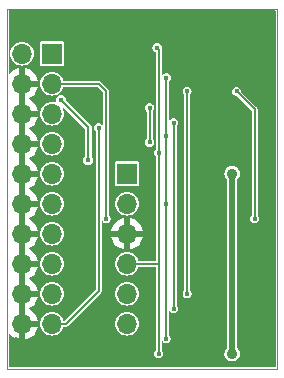
<source format=gbr>
G04 #@! TF.GenerationSoftware,KiCad,Pcbnew,(6.99.0-820-g3733ca4500)*
G04 #@! TF.CreationDate,2022-03-15T16:29:12+11:00*
G04 #@! TF.ProjectId,JtagArm20Adapter,4a746167-4172-46d3-9230-416461707465,rev?*
G04 #@! TF.SameCoordinates,Original*
G04 #@! TF.FileFunction,Copper,L2,Bot*
G04 #@! TF.FilePolarity,Positive*
%FSLAX46Y46*%
G04 Gerber Fmt 4.6, Leading zero omitted, Abs format (unit mm)*
G04 Created by KiCad (PCBNEW (6.99.0-820-g3733ca4500)) date 2022-03-15 16:29:12*
%MOMM*%
%LPD*%
G01*
G04 APERTURE LIST*
G04 #@! TA.AperFunction,Profile*
%ADD10C,0.050000*%
G04 #@! TD*
G04 #@! TA.AperFunction,ComponentPad*
%ADD11R,1.700000X1.700000*%
G04 #@! TD*
G04 #@! TA.AperFunction,ComponentPad*
%ADD12O,1.700000X1.700000*%
G04 #@! TD*
G04 #@! TA.AperFunction,ViaPad*
%ADD13C,0.450000*%
G04 #@! TD*
G04 #@! TA.AperFunction,ViaPad*
%ADD14C,1.000000*%
G04 #@! TD*
G04 #@! TA.AperFunction,ViaPad*
%ADD15C,0.900000*%
G04 #@! TD*
G04 #@! TA.AperFunction,Conductor*
%ADD16C,0.200000*%
G04 #@! TD*
G04 #@! TA.AperFunction,Conductor*
%ADD17C,0.508000*%
G04 #@! TD*
G04 APERTURE END LIST*
D10*
X138430000Y-109220000D02*
X138430000Y-78740000D01*
X161290000Y-78740000D02*
X161290000Y-109220000D01*
X138430000Y-78740000D02*
X161290000Y-78740000D01*
X161290000Y-109220000D02*
X138430000Y-109220000D01*
D11*
X142239999Y-82549999D03*
D12*
X139699999Y-82549999D03*
X142239999Y-85089999D03*
X139699999Y-85089999D03*
X142239999Y-87629999D03*
X139699999Y-87629999D03*
X142239999Y-90169999D03*
X139699999Y-90169999D03*
X142239999Y-92709999D03*
X139699999Y-92709999D03*
X142239999Y-95249999D03*
X139699999Y-95249999D03*
X142239999Y-97789999D03*
X139699999Y-97789999D03*
X142239999Y-100329999D03*
X139699999Y-100329999D03*
X142239999Y-102869999D03*
X139699999Y-102869999D03*
X142239999Y-105409999D03*
X139699999Y-105409999D03*
D11*
X148589999Y-92709999D03*
D12*
X148589999Y-95249999D03*
X148589999Y-97789999D03*
X148589999Y-100329999D03*
X148589999Y-102869999D03*
X148589999Y-105409999D03*
D13*
X146812000Y-96520000D03*
D14*
X148590000Y-80899000D03*
X153416000Y-79502000D03*
X141224000Y-108458000D03*
X147320000Y-108458000D03*
X146050000Y-106299000D03*
X139192000Y-108458000D03*
X160528000Y-101600000D03*
X147320000Y-79502000D03*
X148590000Y-83947000D03*
X148717000Y-86233000D03*
X144653000Y-96901000D03*
X155067000Y-97790000D03*
X143256000Y-79502000D03*
X160528000Y-93980000D03*
X141224000Y-79502000D03*
X145288000Y-79502000D03*
X149352000Y-108458000D03*
X139192000Y-81026000D03*
X139192000Y-79502000D03*
X157480000Y-91440000D03*
X155194000Y-93853000D03*
X145288000Y-108458000D03*
X149352000Y-79502000D03*
X144907000Y-93091000D03*
X157480000Y-80010000D03*
X157480000Y-88900000D03*
X151384000Y-79502000D03*
X160528000Y-99568000D03*
X157480000Y-81280000D03*
X139192000Y-107061000D03*
X155067000Y-101092000D03*
X143256000Y-108458000D03*
X160528000Y-96012000D03*
X145288000Y-100965000D03*
X160528000Y-97536000D03*
X153416000Y-82296000D03*
D13*
X152527000Y-104140000D03*
X152527000Y-88392000D03*
X150495000Y-87122000D03*
X150495000Y-90043000D03*
X151892000Y-84582000D03*
X151892000Y-95250000D03*
X151892000Y-106680000D03*
X151892000Y-89535000D03*
X151257000Y-90932000D03*
X151130000Y-82042000D03*
X151257000Y-107950000D03*
D15*
X157480000Y-107950000D03*
D13*
X145288000Y-91567000D03*
X143002000Y-86487000D03*
D15*
X157480000Y-92710000D03*
D13*
X146177233Y-88800833D03*
X153670000Y-102870000D03*
X153670000Y-85725000D03*
X157861000Y-85725000D03*
X159385000Y-96520000D03*
D16*
X146177000Y-85090000D02*
X142240000Y-85090000D01*
X146812000Y-85725000D02*
X146177000Y-85090000D01*
X146812000Y-96520000D02*
X146812000Y-85725000D01*
X152527000Y-104140000D02*
X152527000Y-88392000D01*
X150495000Y-90043000D02*
X150495000Y-87122000D01*
X151892000Y-95250000D02*
X151892000Y-106680000D01*
X151892000Y-89535000D02*
X151892000Y-84582000D01*
X151892000Y-89535000D02*
X151892000Y-95250000D01*
X151257000Y-82169000D02*
X151130000Y-82042000D01*
X148590000Y-100330000D02*
X149792081Y-100330000D01*
X151257000Y-90932000D02*
X151257000Y-100330000D01*
X149792081Y-100330000D02*
X151257000Y-100330000D01*
X151257000Y-100330000D02*
X151257000Y-107950000D01*
X151257000Y-90932000D02*
X151257000Y-82169000D01*
D17*
X157480000Y-107950000D02*
X157480000Y-92710000D01*
D16*
X145288000Y-88773000D02*
X145288000Y-91567000D01*
X143002000Y-86487000D02*
X145288000Y-88773000D01*
X146177233Y-90804767D02*
X146177000Y-90805000D01*
X143442081Y-105410000D02*
X142240000Y-105410000D01*
X146177000Y-90805000D02*
X146177000Y-102675081D01*
X146177000Y-102675081D02*
X143442081Y-105410000D01*
X146177233Y-88800833D02*
X146177233Y-90804767D01*
X153670000Y-85725000D02*
X153670000Y-102870000D01*
X159385000Y-87249000D02*
X157861000Y-85725000D01*
X159385000Y-96520000D02*
X159385000Y-87249000D01*
G04 #@! TA.AperFunction,Conductor*
G36*
X161147648Y-78882352D02*
G01*
X161162000Y-78917000D01*
X161162000Y-109043000D01*
X161147648Y-109077648D01*
X161113000Y-109092000D01*
X138607000Y-109092000D01*
X138572352Y-109077648D01*
X138558000Y-109043000D01*
X138558000Y-106300108D01*
X138572352Y-106265460D01*
X138607000Y-106251108D01*
X138643050Y-106266921D01*
X138775724Y-106411043D01*
X138778699Y-106413782D01*
X138953099Y-106549522D01*
X138956484Y-106551734D01*
X139150847Y-106656918D01*
X139154542Y-106658539D01*
X139363572Y-106730299D01*
X139367484Y-106731290D01*
X139436388Y-106742788D01*
X139443654Y-106741107D01*
X139446000Y-106737349D01*
X139446000Y-106734645D01*
X139954000Y-106734645D01*
X139956855Y-106741537D01*
X139960948Y-106743233D01*
X140032516Y-106731290D01*
X140036428Y-106730299D01*
X140245458Y-106658539D01*
X140249153Y-106656918D01*
X140443516Y-106551734D01*
X140446901Y-106549522D01*
X140621301Y-106413782D01*
X140624270Y-106411049D01*
X140773956Y-106248446D01*
X140776432Y-106245265D01*
X140897313Y-106060244D01*
X140899230Y-106056701D01*
X140988011Y-105854302D01*
X140989317Y-105850498D01*
X141034152Y-105673447D01*
X141033076Y-105666067D01*
X141030305Y-105664000D01*
X139963747Y-105664000D01*
X139956855Y-105666855D01*
X139954000Y-105673747D01*
X139954000Y-106734645D01*
X139446000Y-106734645D01*
X139446000Y-105410000D01*
X141234659Y-105410000D01*
X141234895Y-105412396D01*
X141252711Y-105593284D01*
X141253976Y-105606132D01*
X141254674Y-105608433D01*
X141310485Y-105792418D01*
X141310487Y-105792423D01*
X141311186Y-105794727D01*
X141312322Y-105796853D01*
X141312324Y-105796857D01*
X141402954Y-105966414D01*
X141402957Y-105966419D01*
X141404090Y-105968538D01*
X141529117Y-106120883D01*
X141681462Y-106245910D01*
X141683581Y-106247043D01*
X141683586Y-106247046D01*
X141853143Y-106337676D01*
X141853147Y-106337678D01*
X141855273Y-106338814D01*
X141857577Y-106339513D01*
X141857582Y-106339515D01*
X142041567Y-106395326D01*
X142043868Y-106396024D01*
X142046256Y-106396259D01*
X142046260Y-106396260D01*
X142237604Y-106415105D01*
X142240000Y-106415341D01*
X142242396Y-106415105D01*
X142433740Y-106396260D01*
X142433744Y-106396259D01*
X142436132Y-106396024D01*
X142438433Y-106395326D01*
X142622418Y-106339515D01*
X142622423Y-106339513D01*
X142624727Y-106338814D01*
X142626853Y-106337678D01*
X142626857Y-106337676D01*
X142796414Y-106247046D01*
X142796419Y-106247043D01*
X142798538Y-106245910D01*
X142950883Y-106120883D01*
X143075910Y-105968538D01*
X143077043Y-105966419D01*
X143077046Y-105966414D01*
X143167676Y-105796857D01*
X143167678Y-105796853D01*
X143168814Y-105794727D01*
X143169514Y-105792419D01*
X143169515Y-105792417D01*
X143198983Y-105695276D01*
X143222775Y-105666286D01*
X143245873Y-105660500D01*
X143412584Y-105660500D01*
X143422141Y-105661442D01*
X143442081Y-105665408D01*
X143446817Y-105664466D01*
X143535087Y-105646908D01*
X143535088Y-105646908D01*
X143539822Y-105645966D01*
X143569617Y-105626057D01*
X143622682Y-105590601D01*
X143633980Y-105573692D01*
X143640074Y-105566267D01*
X143796341Y-105410000D01*
X147584659Y-105410000D01*
X147584895Y-105412396D01*
X147602711Y-105593284D01*
X147603976Y-105606132D01*
X147604674Y-105608433D01*
X147660485Y-105792418D01*
X147660487Y-105792423D01*
X147661186Y-105794727D01*
X147662322Y-105796853D01*
X147662324Y-105796857D01*
X147752954Y-105966414D01*
X147752957Y-105966419D01*
X147754090Y-105968538D01*
X147879117Y-106120883D01*
X148031462Y-106245910D01*
X148033581Y-106247043D01*
X148033586Y-106247046D01*
X148203143Y-106337676D01*
X148203147Y-106337678D01*
X148205273Y-106338814D01*
X148207577Y-106339513D01*
X148207582Y-106339515D01*
X148391567Y-106395326D01*
X148393868Y-106396024D01*
X148396256Y-106396259D01*
X148396260Y-106396260D01*
X148587604Y-106415105D01*
X148590000Y-106415341D01*
X148592396Y-106415105D01*
X148783740Y-106396260D01*
X148783744Y-106396259D01*
X148786132Y-106396024D01*
X148788433Y-106395326D01*
X148972418Y-106339515D01*
X148972423Y-106339513D01*
X148974727Y-106338814D01*
X148976853Y-106337678D01*
X148976857Y-106337676D01*
X149146414Y-106247046D01*
X149146419Y-106247043D01*
X149148538Y-106245910D01*
X149300883Y-106120883D01*
X149425910Y-105968538D01*
X149427043Y-105966419D01*
X149427046Y-105966414D01*
X149517676Y-105796857D01*
X149517678Y-105796853D01*
X149518814Y-105794727D01*
X149519513Y-105792423D01*
X149519515Y-105792418D01*
X149575326Y-105608433D01*
X149576024Y-105606132D01*
X149577290Y-105593284D01*
X149595105Y-105412396D01*
X149595341Y-105410000D01*
X149576024Y-105213868D01*
X149555178Y-105145148D01*
X149519515Y-105027582D01*
X149519513Y-105027577D01*
X149518814Y-105025273D01*
X149517678Y-105023147D01*
X149517676Y-105023143D01*
X149427046Y-104853586D01*
X149427043Y-104853581D01*
X149425910Y-104851462D01*
X149300883Y-104699117D01*
X149148538Y-104574090D01*
X149146419Y-104572957D01*
X149146414Y-104572954D01*
X148976857Y-104482324D01*
X148976853Y-104482322D01*
X148974727Y-104481186D01*
X148972423Y-104480487D01*
X148972418Y-104480485D01*
X148788433Y-104424674D01*
X148786132Y-104423976D01*
X148783744Y-104423741D01*
X148783740Y-104423740D01*
X148592396Y-104404895D01*
X148590000Y-104404659D01*
X148587604Y-104404895D01*
X148396260Y-104423740D01*
X148396256Y-104423741D01*
X148393868Y-104423976D01*
X148391567Y-104424674D01*
X148207582Y-104480485D01*
X148207577Y-104480487D01*
X148205273Y-104481186D01*
X148203147Y-104482322D01*
X148203143Y-104482324D01*
X148033586Y-104572954D01*
X148033581Y-104572957D01*
X148031462Y-104574090D01*
X147879117Y-104699117D01*
X147754090Y-104851462D01*
X147752957Y-104853581D01*
X147752954Y-104853586D01*
X147662324Y-105023143D01*
X147662322Y-105023147D01*
X147661186Y-105025273D01*
X147660487Y-105027577D01*
X147660485Y-105027582D01*
X147624822Y-105145148D01*
X147603976Y-105213868D01*
X147584659Y-105410000D01*
X143796341Y-105410000D01*
X146333270Y-102873072D01*
X146337013Y-102870000D01*
X147584659Y-102870000D01*
X147603976Y-103066132D01*
X147604674Y-103068433D01*
X147660485Y-103252418D01*
X147660487Y-103252423D01*
X147661186Y-103254727D01*
X147662322Y-103256853D01*
X147662324Y-103256857D01*
X147752954Y-103426414D01*
X147752957Y-103426419D01*
X147754090Y-103428538D01*
X147879117Y-103580883D01*
X148031462Y-103705910D01*
X148033581Y-103707043D01*
X148033586Y-103707046D01*
X148203143Y-103797676D01*
X148203147Y-103797678D01*
X148205273Y-103798814D01*
X148207577Y-103799513D01*
X148207582Y-103799515D01*
X148391567Y-103855326D01*
X148393868Y-103856024D01*
X148396256Y-103856259D01*
X148396260Y-103856260D01*
X148587604Y-103875105D01*
X148590000Y-103875341D01*
X148592396Y-103875105D01*
X148783740Y-103856260D01*
X148783744Y-103856259D01*
X148786132Y-103856024D01*
X148788433Y-103855326D01*
X148972418Y-103799515D01*
X148972423Y-103799513D01*
X148974727Y-103798814D01*
X148976853Y-103797678D01*
X148976857Y-103797676D01*
X149146414Y-103707046D01*
X149146419Y-103707043D01*
X149148538Y-103705910D01*
X149300883Y-103580883D01*
X149425910Y-103428538D01*
X149427043Y-103426419D01*
X149427046Y-103426414D01*
X149517676Y-103256857D01*
X149517678Y-103256853D01*
X149518814Y-103254727D01*
X149519513Y-103252423D01*
X149519515Y-103252418D01*
X149575326Y-103068433D01*
X149576024Y-103066132D01*
X149595341Y-102870000D01*
X149576024Y-102673868D01*
X149549270Y-102585672D01*
X149519515Y-102487582D01*
X149519513Y-102487577D01*
X149518814Y-102485273D01*
X149517678Y-102483147D01*
X149517676Y-102483143D01*
X149427046Y-102313586D01*
X149427043Y-102313581D01*
X149425910Y-102311462D01*
X149300883Y-102159117D01*
X149148538Y-102034090D01*
X149146419Y-102032957D01*
X149146414Y-102032954D01*
X148976857Y-101942324D01*
X148976853Y-101942322D01*
X148974727Y-101941186D01*
X148972423Y-101940487D01*
X148972418Y-101940485D01*
X148788433Y-101884674D01*
X148786132Y-101883976D01*
X148783744Y-101883741D01*
X148783740Y-101883740D01*
X148592396Y-101864895D01*
X148590000Y-101864659D01*
X148587604Y-101864895D01*
X148396260Y-101883740D01*
X148396256Y-101883741D01*
X148393868Y-101883976D01*
X148391567Y-101884674D01*
X148207582Y-101940485D01*
X148207577Y-101940487D01*
X148205273Y-101941186D01*
X148203147Y-101942322D01*
X148203143Y-101942324D01*
X148033586Y-102032954D01*
X148033581Y-102032957D01*
X148031462Y-102034090D01*
X147879117Y-102159117D01*
X147754090Y-102311462D01*
X147752957Y-102313581D01*
X147752954Y-102313586D01*
X147662324Y-102483143D01*
X147662322Y-102483147D01*
X147661186Y-102485273D01*
X147660487Y-102487577D01*
X147660485Y-102487582D01*
X147630730Y-102585672D01*
X147603976Y-102673868D01*
X147584659Y-102870000D01*
X146337013Y-102870000D01*
X146340695Y-102866978D01*
X146353590Y-102858362D01*
X146357601Y-102855682D01*
X146412966Y-102772821D01*
X146432409Y-102675081D01*
X146428442Y-102655138D01*
X146427500Y-102645579D01*
X146427500Y-100330000D01*
X147584659Y-100330000D01*
X147603976Y-100526132D01*
X147604674Y-100528433D01*
X147660485Y-100712418D01*
X147660487Y-100712423D01*
X147661186Y-100714727D01*
X147662322Y-100716853D01*
X147662324Y-100716857D01*
X147752954Y-100886414D01*
X147752957Y-100886419D01*
X147754090Y-100888538D01*
X147879117Y-101040883D01*
X148031462Y-101165910D01*
X148033581Y-101167043D01*
X148033586Y-101167046D01*
X148203143Y-101257676D01*
X148203147Y-101257678D01*
X148205273Y-101258814D01*
X148207577Y-101259513D01*
X148207582Y-101259515D01*
X148391567Y-101315326D01*
X148393868Y-101316024D01*
X148396256Y-101316259D01*
X148396260Y-101316260D01*
X148587604Y-101335105D01*
X148590000Y-101335341D01*
X148592396Y-101335105D01*
X148783740Y-101316260D01*
X148783744Y-101316259D01*
X148786132Y-101316024D01*
X148788433Y-101315326D01*
X148972418Y-101259515D01*
X148972423Y-101259513D01*
X148974727Y-101258814D01*
X148976853Y-101257678D01*
X148976857Y-101257676D01*
X149146414Y-101167046D01*
X149146419Y-101167043D01*
X149148538Y-101165910D01*
X149300883Y-101040883D01*
X149425910Y-100888538D01*
X149427043Y-100886419D01*
X149427046Y-100886414D01*
X149517676Y-100716857D01*
X149517678Y-100716853D01*
X149518814Y-100714727D01*
X149519514Y-100712419D01*
X149519515Y-100712417D01*
X149548983Y-100615276D01*
X149572775Y-100586286D01*
X149595873Y-100580500D01*
X150957500Y-100580500D01*
X150992148Y-100594852D01*
X151006500Y-100629500D01*
X151006500Y-107649166D01*
X150992148Y-107683814D01*
X150949427Y-107726535D01*
X150895426Y-107832518D01*
X150876819Y-107950000D01*
X150895426Y-108067482D01*
X150949427Y-108173465D01*
X151033535Y-108257573D01*
X151036968Y-108259322D01*
X151036969Y-108259323D01*
X151086527Y-108284574D01*
X151139518Y-108311574D01*
X151143323Y-108312177D01*
X151143324Y-108312177D01*
X151253193Y-108329578D01*
X151257000Y-108330181D01*
X151260807Y-108329578D01*
X151370676Y-108312177D01*
X151370677Y-108312177D01*
X151374482Y-108311574D01*
X151427474Y-108284573D01*
X151477031Y-108259323D01*
X151477032Y-108259322D01*
X151480465Y-108257573D01*
X151564573Y-108173465D01*
X151618574Y-108067482D01*
X151637181Y-107950000D01*
X156824722Y-107950000D01*
X156825079Y-107952940D01*
X156838525Y-108063676D01*
X156843763Y-108106818D01*
X156899780Y-108254523D01*
X156901463Y-108256962D01*
X156901464Y-108256963D01*
X156952003Y-108330181D01*
X156989517Y-108384530D01*
X157107760Y-108489283D01*
X157247635Y-108562696D01*
X157250514Y-108563406D01*
X157250515Y-108563406D01*
X157398133Y-108599790D01*
X157398136Y-108599790D01*
X157401015Y-108600500D01*
X157558985Y-108600500D01*
X157561864Y-108599790D01*
X157561867Y-108599790D01*
X157709485Y-108563406D01*
X157709486Y-108563406D01*
X157712365Y-108562696D01*
X157852240Y-108489283D01*
X157970483Y-108384530D01*
X158007997Y-108330181D01*
X158058536Y-108256963D01*
X158058537Y-108256962D01*
X158060220Y-108254523D01*
X158116237Y-108106818D01*
X158121476Y-108063676D01*
X158134921Y-107952940D01*
X158135278Y-107950000D01*
X158133503Y-107935381D01*
X158116594Y-107796120D01*
X158116593Y-107796118D01*
X158116237Y-107793182D01*
X158060220Y-107645477D01*
X157970483Y-107515470D01*
X157951007Y-107498216D01*
X157934500Y-107461539D01*
X157934500Y-93198461D01*
X157951007Y-93161784D01*
X157968264Y-93146496D01*
X157968265Y-93146495D01*
X157970483Y-93144530D01*
X158003389Y-93096857D01*
X158058536Y-93016963D01*
X158058537Y-93016962D01*
X158060220Y-93014523D01*
X158116237Y-92866818D01*
X158135278Y-92710000D01*
X158116237Y-92553182D01*
X158060220Y-92405477D01*
X158004860Y-92325273D01*
X157972168Y-92277911D01*
X157972168Y-92277910D01*
X157970483Y-92275470D01*
X157963747Y-92269502D01*
X157854457Y-92172681D01*
X157852240Y-92170717D01*
X157712365Y-92097304D01*
X157709486Y-92096594D01*
X157709485Y-92096594D01*
X157561867Y-92060210D01*
X157561864Y-92060210D01*
X157558985Y-92059500D01*
X157401015Y-92059500D01*
X157398136Y-92060210D01*
X157398133Y-92060210D01*
X157250515Y-92096594D01*
X157250514Y-92096594D01*
X157247635Y-92097304D01*
X157107760Y-92170717D01*
X157105543Y-92172681D01*
X156996254Y-92269502D01*
X156989517Y-92275470D01*
X156987832Y-92277910D01*
X156987832Y-92277911D01*
X156955141Y-92325273D01*
X156899780Y-92405477D01*
X156843763Y-92553182D01*
X156824722Y-92710000D01*
X156843763Y-92866818D01*
X156899780Y-93014523D01*
X156901463Y-93016962D01*
X156901464Y-93016963D01*
X156956611Y-93096857D01*
X156989517Y-93144530D01*
X156991735Y-93146495D01*
X156991736Y-93146496D01*
X157008993Y-93161784D01*
X157025500Y-93198461D01*
X157025500Y-107461539D01*
X157008993Y-107498216D01*
X156989517Y-107515470D01*
X156899780Y-107645477D01*
X156843763Y-107793182D01*
X156843407Y-107796118D01*
X156843406Y-107796120D01*
X156826497Y-107935381D01*
X156824722Y-107950000D01*
X151637181Y-107950000D01*
X151618574Y-107832518D01*
X151564573Y-107726535D01*
X151521852Y-107683814D01*
X151507500Y-107649166D01*
X151507500Y-106944834D01*
X151521852Y-106910186D01*
X151556500Y-106895834D01*
X151591148Y-106910186D01*
X151668535Y-106987573D01*
X151671968Y-106989322D01*
X151671969Y-106989323D01*
X151721526Y-107014573D01*
X151774518Y-107041574D01*
X151778323Y-107042177D01*
X151778324Y-107042177D01*
X151888193Y-107059578D01*
X151892000Y-107060181D01*
X151895807Y-107059578D01*
X152005676Y-107042177D01*
X152005677Y-107042177D01*
X152009482Y-107041574D01*
X152062474Y-107014573D01*
X152112031Y-106989323D01*
X152112032Y-106989322D01*
X152115465Y-106987573D01*
X152199573Y-106903465D01*
X152253574Y-106797482D01*
X152272181Y-106680000D01*
X152253574Y-106562518D01*
X152199573Y-106456535D01*
X152156852Y-106413814D01*
X152142500Y-106379166D01*
X152142500Y-104404834D01*
X152156852Y-104370186D01*
X152191500Y-104355834D01*
X152226148Y-104370186D01*
X152303535Y-104447573D01*
X152306968Y-104449322D01*
X152306969Y-104449323D01*
X152356526Y-104474573D01*
X152409518Y-104501574D01*
X152413323Y-104502177D01*
X152413324Y-104502177D01*
X152523193Y-104519578D01*
X152527000Y-104520181D01*
X152530807Y-104519578D01*
X152640676Y-104502177D01*
X152640677Y-104502177D01*
X152644482Y-104501574D01*
X152697474Y-104474573D01*
X152747031Y-104449323D01*
X152747032Y-104449322D01*
X152750465Y-104447573D01*
X152834573Y-104363465D01*
X152888574Y-104257482D01*
X152907181Y-104140000D01*
X152888574Y-104022518D01*
X152834573Y-103916535D01*
X152791852Y-103873814D01*
X152777500Y-103839166D01*
X152777500Y-102870000D01*
X153289819Y-102870000D01*
X153308426Y-102987482D01*
X153310176Y-102990916D01*
X153349673Y-103068433D01*
X153362427Y-103093465D01*
X153446535Y-103177573D01*
X153449968Y-103179322D01*
X153449969Y-103179323D01*
X153499526Y-103204573D01*
X153552518Y-103231574D01*
X153556323Y-103232177D01*
X153556324Y-103232177D01*
X153666193Y-103249578D01*
X153670000Y-103250181D01*
X153673807Y-103249578D01*
X153783676Y-103232177D01*
X153783677Y-103232177D01*
X153787482Y-103231574D01*
X153840474Y-103204573D01*
X153890031Y-103179323D01*
X153890032Y-103179322D01*
X153893465Y-103177573D01*
X153977573Y-103093465D01*
X153990328Y-103068433D01*
X154029824Y-102990916D01*
X154031574Y-102987482D01*
X154050181Y-102870000D01*
X154031574Y-102752518D01*
X153991500Y-102673868D01*
X153979323Y-102649969D01*
X153979322Y-102649968D01*
X153977573Y-102646535D01*
X153934852Y-102603814D01*
X153920500Y-102569166D01*
X153920500Y-86025834D01*
X153934852Y-85991186D01*
X153977573Y-85948465D01*
X153989066Y-85925910D01*
X154029824Y-85845916D01*
X154031574Y-85842482D01*
X154050181Y-85725000D01*
X157480819Y-85725000D01*
X157499426Y-85842482D01*
X157501176Y-85845916D01*
X157541935Y-85925910D01*
X157553427Y-85948465D01*
X157637535Y-86032573D01*
X157640968Y-86034322D01*
X157640969Y-86034323D01*
X157683898Y-86056196D01*
X157743518Y-86086574D01*
X157747323Y-86087177D01*
X157747324Y-86087177D01*
X157838504Y-86101618D01*
X157861000Y-86105181D01*
X157864807Y-86104578D01*
X157866022Y-86104578D01*
X157900670Y-86118930D01*
X159120148Y-87338408D01*
X159134500Y-87373056D01*
X159134500Y-96219166D01*
X159120148Y-96253814D01*
X159077427Y-96296535D01*
X159023426Y-96402518D01*
X159004819Y-96520000D01*
X159023426Y-96637482D01*
X159077427Y-96743465D01*
X159161535Y-96827573D01*
X159164968Y-96829322D01*
X159164969Y-96829323D01*
X159214526Y-96854573D01*
X159267518Y-96881574D01*
X159271323Y-96882177D01*
X159271324Y-96882177D01*
X159381193Y-96899578D01*
X159385000Y-96900181D01*
X159388807Y-96899578D01*
X159498676Y-96882177D01*
X159498677Y-96882177D01*
X159502482Y-96881574D01*
X159555474Y-96854573D01*
X159605031Y-96829323D01*
X159605032Y-96829322D01*
X159608465Y-96827573D01*
X159692573Y-96743465D01*
X159746574Y-96637482D01*
X159765181Y-96520000D01*
X159746574Y-96402518D01*
X159692573Y-96296535D01*
X159649852Y-96253814D01*
X159635500Y-96219166D01*
X159635500Y-87278497D01*
X159636442Y-87268937D01*
X159639466Y-87253735D01*
X159640408Y-87249000D01*
X159639003Y-87241934D01*
X159635500Y-87224326D01*
X159621908Y-87155997D01*
X159620966Y-87151260D01*
X159618285Y-87147248D01*
X159618284Y-87147245D01*
X159568281Y-87072410D01*
X159565601Y-87068399D01*
X159548692Y-87057101D01*
X159541267Y-87051007D01*
X158254930Y-85764670D01*
X158240578Y-85730022D01*
X158240578Y-85728807D01*
X158241181Y-85725000D01*
X158229071Y-85648538D01*
X158223177Y-85611324D01*
X158223177Y-85611323D01*
X158222574Y-85607518D01*
X158184658Y-85533103D01*
X158170323Y-85504969D01*
X158170322Y-85504968D01*
X158168573Y-85501535D01*
X158084465Y-85417427D01*
X158081032Y-85415678D01*
X158081031Y-85415677D01*
X158001739Y-85375276D01*
X157978482Y-85363426D01*
X157974677Y-85362823D01*
X157974676Y-85362823D01*
X157870262Y-85346286D01*
X157861000Y-85344819D01*
X157851738Y-85346286D01*
X157747324Y-85362823D01*
X157747323Y-85362823D01*
X157743518Y-85363426D01*
X157720261Y-85375276D01*
X157640969Y-85415677D01*
X157640968Y-85415678D01*
X157637535Y-85417427D01*
X157553427Y-85501535D01*
X157551678Y-85504968D01*
X157551677Y-85504969D01*
X157537342Y-85533103D01*
X157499426Y-85607518D01*
X157498823Y-85611323D01*
X157498823Y-85611324D01*
X157492929Y-85648538D01*
X157480819Y-85725000D01*
X154050181Y-85725000D01*
X154038071Y-85648538D01*
X154032177Y-85611324D01*
X154032177Y-85611323D01*
X154031574Y-85607518D01*
X153993658Y-85533103D01*
X153979323Y-85504969D01*
X153979322Y-85504968D01*
X153977573Y-85501535D01*
X153893465Y-85417427D01*
X153890032Y-85415678D01*
X153890031Y-85415677D01*
X153810739Y-85375276D01*
X153787482Y-85363426D01*
X153783677Y-85362823D01*
X153783676Y-85362823D01*
X153679262Y-85346286D01*
X153670000Y-85344819D01*
X153660738Y-85346286D01*
X153556324Y-85362823D01*
X153556323Y-85362823D01*
X153552518Y-85363426D01*
X153529261Y-85375276D01*
X153449969Y-85415677D01*
X153449968Y-85415678D01*
X153446535Y-85417427D01*
X153362427Y-85501535D01*
X153360678Y-85504968D01*
X153360677Y-85504969D01*
X153346342Y-85533103D01*
X153308426Y-85607518D01*
X153307823Y-85611323D01*
X153307823Y-85611324D01*
X153301929Y-85648538D01*
X153289819Y-85725000D01*
X153308426Y-85842482D01*
X153310176Y-85845916D01*
X153350935Y-85925910D01*
X153362427Y-85948465D01*
X153405148Y-85991186D01*
X153419500Y-86025834D01*
X153419500Y-102569166D01*
X153405148Y-102603814D01*
X153362427Y-102646535D01*
X153360678Y-102649968D01*
X153360677Y-102649969D01*
X153348500Y-102673868D01*
X153308426Y-102752518D01*
X153289819Y-102870000D01*
X152777500Y-102870000D01*
X152777500Y-88692834D01*
X152791852Y-88658186D01*
X152834573Y-88615465D01*
X152888574Y-88509482D01*
X152891421Y-88491510D01*
X152906578Y-88395807D01*
X152907181Y-88392000D01*
X152888574Y-88274518D01*
X152834573Y-88168535D01*
X152750465Y-88084427D01*
X152747032Y-88082678D01*
X152747031Y-88082677D01*
X152697473Y-88057426D01*
X152644482Y-88030426D01*
X152640677Y-88029823D01*
X152640676Y-88029823D01*
X152530807Y-88012422D01*
X152527000Y-88011819D01*
X152523193Y-88012422D01*
X152413324Y-88029823D01*
X152413323Y-88029823D01*
X152409518Y-88030426D01*
X152356526Y-88057427D01*
X152306969Y-88082677D01*
X152306968Y-88082678D01*
X152303535Y-88084427D01*
X152226148Y-88161814D01*
X152191500Y-88176166D01*
X152156852Y-88161814D01*
X152142500Y-88127166D01*
X152142500Y-84911118D01*
X152156852Y-84876470D01*
X152215955Y-84817367D01*
X152272832Y-84705740D01*
X152282342Y-84645698D01*
X152291827Y-84585807D01*
X152292430Y-84582000D01*
X152272832Y-84458260D01*
X152233456Y-84380980D01*
X152217705Y-84350067D01*
X152217704Y-84350066D01*
X152215955Y-84346633D01*
X152127367Y-84258045D01*
X152123934Y-84256296D01*
X152123933Y-84256295D01*
X152071554Y-84229607D01*
X152015740Y-84201168D01*
X152011935Y-84200565D01*
X152011934Y-84200565D01*
X151895807Y-84182173D01*
X151892000Y-84181570D01*
X151888193Y-84182173D01*
X151772066Y-84200565D01*
X151772065Y-84200565D01*
X151768260Y-84201168D01*
X151712446Y-84229607D01*
X151660067Y-84256295D01*
X151660066Y-84256296D01*
X151656633Y-84258045D01*
X151591148Y-84323530D01*
X151556500Y-84337882D01*
X151521852Y-84323530D01*
X151507500Y-84288882D01*
X151507500Y-82198497D01*
X151508442Y-82188937D01*
X151511466Y-82173735D01*
X151512408Y-82169000D01*
X151511541Y-82164642D01*
X151512069Y-82157929D01*
X151529827Y-82045807D01*
X151530430Y-82042000D01*
X151510832Y-81918260D01*
X151471456Y-81840980D01*
X151455705Y-81810067D01*
X151455704Y-81810066D01*
X151453955Y-81806633D01*
X151365367Y-81718045D01*
X151361934Y-81716296D01*
X151361933Y-81716295D01*
X151286551Y-81677886D01*
X151253740Y-81661168D01*
X151249935Y-81660565D01*
X151249934Y-81660565D01*
X151133807Y-81642173D01*
X151130000Y-81641570D01*
X151126193Y-81642173D01*
X151010066Y-81660565D01*
X151010065Y-81660565D01*
X151006260Y-81661168D01*
X150973449Y-81677886D01*
X150898067Y-81716295D01*
X150898066Y-81716296D01*
X150894633Y-81718045D01*
X150806045Y-81806633D01*
X150804296Y-81810066D01*
X150804295Y-81810067D01*
X150788544Y-81840980D01*
X150749168Y-81918260D01*
X150729570Y-82042000D01*
X150749168Y-82165740D01*
X150806045Y-82277367D01*
X150894633Y-82365955D01*
X150898067Y-82367704D01*
X150898070Y-82367707D01*
X150979745Y-82409322D01*
X151004102Y-82437839D01*
X151006500Y-82452981D01*
X151006500Y-90631166D01*
X150992148Y-90665814D01*
X150949427Y-90708535D01*
X150895426Y-90814518D01*
X150894823Y-90818323D01*
X150894823Y-90818324D01*
X150892876Y-90830616D01*
X150876819Y-90932000D01*
X150895426Y-91049482D01*
X150949427Y-91155465D01*
X150992148Y-91198186D01*
X151006500Y-91232834D01*
X151006500Y-100030500D01*
X150992148Y-100065148D01*
X150957500Y-100079500D01*
X149595873Y-100079500D01*
X149561225Y-100065148D01*
X149548983Y-100044724D01*
X149519515Y-99947583D01*
X149519514Y-99947581D01*
X149518814Y-99945273D01*
X149517678Y-99943147D01*
X149517676Y-99943143D01*
X149427046Y-99773586D01*
X149427043Y-99773581D01*
X149425910Y-99771462D01*
X149300883Y-99619117D01*
X149148538Y-99494090D01*
X149146419Y-99492957D01*
X149146414Y-99492954D01*
X148976857Y-99402324D01*
X148976853Y-99402322D01*
X148974727Y-99401186D01*
X148972423Y-99400487D01*
X148972418Y-99400485D01*
X148788433Y-99344674D01*
X148786132Y-99343976D01*
X148783744Y-99343741D01*
X148783740Y-99343740D01*
X148592396Y-99324895D01*
X148590000Y-99324659D01*
X148587604Y-99324895D01*
X148396260Y-99343740D01*
X148396256Y-99343741D01*
X148393868Y-99343976D01*
X148391567Y-99344674D01*
X148207582Y-99400485D01*
X148207577Y-99400487D01*
X148205273Y-99401186D01*
X148203147Y-99402322D01*
X148203143Y-99402324D01*
X148033586Y-99492954D01*
X148033581Y-99492957D01*
X148031462Y-99494090D01*
X147879117Y-99619117D01*
X147754090Y-99771462D01*
X147752957Y-99773581D01*
X147752954Y-99773586D01*
X147662324Y-99943143D01*
X147662322Y-99943147D01*
X147661186Y-99945273D01*
X147660487Y-99947577D01*
X147660485Y-99947582D01*
X147624822Y-100065148D01*
X147603976Y-100133868D01*
X147584659Y-100330000D01*
X146427500Y-100330000D01*
X146427500Y-98050049D01*
X147254988Y-98050049D01*
X147300683Y-98230498D01*
X147301989Y-98234302D01*
X147390770Y-98436701D01*
X147392687Y-98440244D01*
X147513568Y-98625265D01*
X147516044Y-98628446D01*
X147665730Y-98791049D01*
X147668699Y-98793782D01*
X147843099Y-98929522D01*
X147846484Y-98931734D01*
X148040847Y-99036918D01*
X148044542Y-99038539D01*
X148253572Y-99110299D01*
X148257484Y-99111290D01*
X148326388Y-99122788D01*
X148333654Y-99121107D01*
X148336000Y-99117349D01*
X148336000Y-99114645D01*
X148844000Y-99114645D01*
X148846855Y-99121537D01*
X148850948Y-99123233D01*
X148922516Y-99111290D01*
X148926428Y-99110299D01*
X149135458Y-99038539D01*
X149139153Y-99036918D01*
X149333516Y-98931734D01*
X149336901Y-98929522D01*
X149511301Y-98793782D01*
X149514270Y-98791049D01*
X149663956Y-98628446D01*
X149666432Y-98625265D01*
X149787313Y-98440244D01*
X149789230Y-98436701D01*
X149878011Y-98234302D01*
X149879317Y-98230498D01*
X149924152Y-98053447D01*
X149923076Y-98046067D01*
X149920305Y-98044000D01*
X148853747Y-98044000D01*
X148846855Y-98046855D01*
X148844000Y-98053747D01*
X148844000Y-99114645D01*
X148336000Y-99114645D01*
X148336000Y-98053747D01*
X148333145Y-98046855D01*
X148326253Y-98044000D01*
X147263203Y-98044000D01*
X147256311Y-98046855D01*
X147254988Y-98050049D01*
X146427500Y-98050049D01*
X146427500Y-97526553D01*
X147255848Y-97526553D01*
X147256924Y-97533933D01*
X147259695Y-97536000D01*
X148326253Y-97536000D01*
X148333145Y-97533145D01*
X148336000Y-97526253D01*
X148844000Y-97526253D01*
X148846855Y-97533145D01*
X148853747Y-97536000D01*
X149916797Y-97536000D01*
X149923689Y-97533145D01*
X149925012Y-97529951D01*
X149879317Y-97349502D01*
X149878011Y-97345698D01*
X149789230Y-97143299D01*
X149787313Y-97139756D01*
X149666432Y-96954735D01*
X149663956Y-96951554D01*
X149514270Y-96788951D01*
X149511301Y-96786218D01*
X149336901Y-96650478D01*
X149333516Y-96648266D01*
X149139153Y-96543082D01*
X149135458Y-96541461D01*
X148926428Y-96469701D01*
X148922516Y-96468710D01*
X148853612Y-96457212D01*
X148846346Y-96458893D01*
X148844000Y-96462651D01*
X148844000Y-97526253D01*
X148336000Y-97526253D01*
X148336000Y-96465355D01*
X148333145Y-96458463D01*
X148329052Y-96456767D01*
X148257484Y-96468710D01*
X148253572Y-96469701D01*
X148044542Y-96541461D01*
X148040847Y-96543082D01*
X147846484Y-96648266D01*
X147843099Y-96650478D01*
X147668699Y-96786218D01*
X147665730Y-96788951D01*
X147516044Y-96951554D01*
X147513568Y-96954735D01*
X147392687Y-97139756D01*
X147390770Y-97143299D01*
X147301989Y-97345698D01*
X147300683Y-97349502D01*
X147255848Y-97526553D01*
X146427500Y-97526553D01*
X146427500Y-96784834D01*
X146441852Y-96750186D01*
X146476500Y-96735834D01*
X146511148Y-96750186D01*
X146588535Y-96827573D01*
X146591968Y-96829322D01*
X146591969Y-96829323D01*
X146641526Y-96854573D01*
X146694518Y-96881574D01*
X146698323Y-96882177D01*
X146698324Y-96882177D01*
X146808193Y-96899578D01*
X146812000Y-96900181D01*
X146815807Y-96899578D01*
X146925676Y-96882177D01*
X146925677Y-96882177D01*
X146929482Y-96881574D01*
X146982474Y-96854573D01*
X147032031Y-96829323D01*
X147032032Y-96829322D01*
X147035465Y-96827573D01*
X147119573Y-96743465D01*
X147173574Y-96637482D01*
X147192181Y-96520000D01*
X147173574Y-96402518D01*
X147119573Y-96296535D01*
X147076852Y-96253814D01*
X147062500Y-96219166D01*
X147062500Y-95250000D01*
X147584659Y-95250000D01*
X147603976Y-95446132D01*
X147604674Y-95448433D01*
X147660485Y-95632418D01*
X147660487Y-95632423D01*
X147661186Y-95634727D01*
X147662322Y-95636853D01*
X147662324Y-95636857D01*
X147752954Y-95806414D01*
X147752957Y-95806419D01*
X147754090Y-95808538D01*
X147879117Y-95960883D01*
X148031462Y-96085910D01*
X148033581Y-96087043D01*
X148033586Y-96087046D01*
X148203143Y-96177676D01*
X148203147Y-96177678D01*
X148205273Y-96178814D01*
X148207577Y-96179513D01*
X148207582Y-96179515D01*
X148391567Y-96235326D01*
X148393868Y-96236024D01*
X148396256Y-96236259D01*
X148396260Y-96236260D01*
X148587604Y-96255105D01*
X148590000Y-96255341D01*
X148592396Y-96255105D01*
X148783740Y-96236260D01*
X148783744Y-96236259D01*
X148786132Y-96236024D01*
X148788433Y-96235326D01*
X148972418Y-96179515D01*
X148972423Y-96179513D01*
X148974727Y-96178814D01*
X148976853Y-96177678D01*
X148976857Y-96177676D01*
X149146414Y-96087046D01*
X149146419Y-96087043D01*
X149148538Y-96085910D01*
X149300883Y-95960883D01*
X149425910Y-95808538D01*
X149427043Y-95806419D01*
X149427046Y-95806414D01*
X149517676Y-95636857D01*
X149517678Y-95636853D01*
X149518814Y-95634727D01*
X149519513Y-95632423D01*
X149519515Y-95632418D01*
X149575326Y-95448433D01*
X149576024Y-95446132D01*
X149595341Y-95250000D01*
X149576024Y-95053868D01*
X149555513Y-94986253D01*
X149519515Y-94867582D01*
X149519513Y-94867577D01*
X149518814Y-94865273D01*
X149517678Y-94863147D01*
X149517676Y-94863143D01*
X149427046Y-94693586D01*
X149427043Y-94693581D01*
X149425910Y-94691462D01*
X149300883Y-94539117D01*
X149148538Y-94414090D01*
X149146419Y-94412957D01*
X149146414Y-94412954D01*
X148976857Y-94322324D01*
X148976853Y-94322322D01*
X148974727Y-94321186D01*
X148972423Y-94320487D01*
X148972418Y-94320485D01*
X148788433Y-94264674D01*
X148786132Y-94263976D01*
X148783744Y-94263741D01*
X148783740Y-94263740D01*
X148592396Y-94244895D01*
X148590000Y-94244659D01*
X148587604Y-94244895D01*
X148396260Y-94263740D01*
X148396256Y-94263741D01*
X148393868Y-94263976D01*
X148391567Y-94264674D01*
X148207582Y-94320485D01*
X148207577Y-94320487D01*
X148205273Y-94321186D01*
X148203147Y-94322322D01*
X148203143Y-94322324D01*
X148033586Y-94412954D01*
X148033581Y-94412957D01*
X148031462Y-94414090D01*
X147879117Y-94539117D01*
X147754090Y-94691462D01*
X147752957Y-94693581D01*
X147752954Y-94693586D01*
X147662324Y-94863143D01*
X147662322Y-94863147D01*
X147661186Y-94865273D01*
X147660487Y-94867577D01*
X147660485Y-94867582D01*
X147624487Y-94986253D01*
X147603976Y-95053868D01*
X147584659Y-95250000D01*
X147062500Y-95250000D01*
X147062500Y-93579748D01*
X147539500Y-93579748D01*
X147551133Y-93638231D01*
X147595448Y-93704552D01*
X147661769Y-93748867D01*
X147720252Y-93760500D01*
X149459748Y-93760500D01*
X149518231Y-93748867D01*
X149584552Y-93704552D01*
X149628867Y-93638231D01*
X149640500Y-93579748D01*
X149640500Y-91840252D01*
X149628867Y-91781769D01*
X149584552Y-91715448D01*
X149518231Y-91671133D01*
X149459748Y-91659500D01*
X147720252Y-91659500D01*
X147661769Y-91671133D01*
X147595448Y-91715448D01*
X147551133Y-91781769D01*
X147539500Y-91840252D01*
X147539500Y-93579748D01*
X147062500Y-93579748D01*
X147062500Y-90043000D01*
X150094570Y-90043000D01*
X150114168Y-90166740D01*
X150171045Y-90278367D01*
X150259633Y-90366955D01*
X150263066Y-90368704D01*
X150263067Y-90368705D01*
X150315446Y-90395393D01*
X150371260Y-90423832D01*
X150375065Y-90424435D01*
X150375066Y-90424435D01*
X150491193Y-90442827D01*
X150495000Y-90443430D01*
X150498807Y-90442827D01*
X150614934Y-90424435D01*
X150614935Y-90424435D01*
X150618740Y-90423832D01*
X150674553Y-90395394D01*
X150726933Y-90368705D01*
X150726934Y-90368704D01*
X150730367Y-90366955D01*
X150818955Y-90278367D01*
X150875832Y-90166740D01*
X150895430Y-90043000D01*
X150884481Y-89973868D01*
X150876435Y-89923066D01*
X150876435Y-89923065D01*
X150875832Y-89919260D01*
X150818955Y-89807633D01*
X150759852Y-89748530D01*
X150745500Y-89713882D01*
X150745500Y-87451118D01*
X150759852Y-87416470D01*
X150818955Y-87357367D01*
X150821303Y-87352760D01*
X150874082Y-87249174D01*
X150875832Y-87245740D01*
X150885342Y-87185698D01*
X150894827Y-87125807D01*
X150895430Y-87122000D01*
X150875832Y-86998260D01*
X150836456Y-86920980D01*
X150820705Y-86890067D01*
X150820704Y-86890066D01*
X150818955Y-86886633D01*
X150730367Y-86798045D01*
X150726934Y-86796296D01*
X150726933Y-86796295D01*
X150674554Y-86769607D01*
X150618740Y-86741168D01*
X150614935Y-86740565D01*
X150614934Y-86740565D01*
X150498807Y-86722173D01*
X150495000Y-86721570D01*
X150491193Y-86722173D01*
X150375066Y-86740565D01*
X150375065Y-86740565D01*
X150371260Y-86741168D01*
X150315447Y-86769606D01*
X150263067Y-86796295D01*
X150263066Y-86796296D01*
X150259633Y-86798045D01*
X150171045Y-86886633D01*
X150169296Y-86890066D01*
X150169295Y-86890067D01*
X150153544Y-86920980D01*
X150114168Y-86998260D01*
X150094570Y-87122000D01*
X150095173Y-87125807D01*
X150104659Y-87185698D01*
X150114168Y-87245740D01*
X150115918Y-87249174D01*
X150168698Y-87352760D01*
X150171045Y-87357367D01*
X150230148Y-87416470D01*
X150244500Y-87451118D01*
X150244500Y-89713882D01*
X150230148Y-89748530D01*
X150171045Y-89807633D01*
X150114168Y-89919260D01*
X150113565Y-89923065D01*
X150113565Y-89923066D01*
X150105519Y-89973868D01*
X150094570Y-90043000D01*
X147062500Y-90043000D01*
X147062500Y-85754502D01*
X147063442Y-85744942D01*
X147066467Y-85729735D01*
X147067409Y-85725000D01*
X147047966Y-85627260D01*
X147006578Y-85565317D01*
X147006577Y-85565316D01*
X146992601Y-85544399D01*
X146975695Y-85533103D01*
X146968270Y-85527009D01*
X146374993Y-84933733D01*
X146368899Y-84926308D01*
X146360284Y-84913414D01*
X146360283Y-84913413D01*
X146357601Y-84909399D01*
X146304536Y-84873943D01*
X146274741Y-84854034D01*
X146270007Y-84853092D01*
X146270006Y-84853092D01*
X146181736Y-84835534D01*
X146177000Y-84834592D01*
X146157060Y-84838558D01*
X146147503Y-84839500D01*
X143245873Y-84839500D01*
X143211225Y-84825148D01*
X143198983Y-84804724D01*
X143169515Y-84707583D01*
X143169514Y-84707581D01*
X143168814Y-84705273D01*
X143167678Y-84703147D01*
X143167676Y-84703143D01*
X143077046Y-84533586D01*
X143077043Y-84533581D01*
X143075910Y-84531462D01*
X142950883Y-84379117D01*
X142798538Y-84254090D01*
X142796419Y-84252957D01*
X142796414Y-84252954D01*
X142626857Y-84162324D01*
X142626853Y-84162322D01*
X142624727Y-84161186D01*
X142622423Y-84160487D01*
X142622418Y-84160485D01*
X142438433Y-84104674D01*
X142436132Y-84103976D01*
X142433744Y-84103741D01*
X142433740Y-84103740D01*
X142242396Y-84084895D01*
X142240000Y-84084659D01*
X142237604Y-84084895D01*
X142046260Y-84103740D01*
X142046256Y-84103741D01*
X142043868Y-84103976D01*
X142041567Y-84104674D01*
X141857582Y-84160485D01*
X141857577Y-84160487D01*
X141855273Y-84161186D01*
X141853147Y-84162322D01*
X141853143Y-84162324D01*
X141683586Y-84252954D01*
X141683581Y-84252957D01*
X141681462Y-84254090D01*
X141529117Y-84379117D01*
X141404090Y-84531462D01*
X141402957Y-84533581D01*
X141402954Y-84533586D01*
X141312324Y-84703143D01*
X141312322Y-84703147D01*
X141311186Y-84705273D01*
X141310487Y-84707577D01*
X141310485Y-84707582D01*
X141260020Y-84873943D01*
X141253976Y-84893868D01*
X141253741Y-84896256D01*
X141253740Y-84896260D01*
X141235702Y-85079408D01*
X141234659Y-85090000D01*
X141253976Y-85286132D01*
X141254674Y-85288433D01*
X141310485Y-85472418D01*
X141310487Y-85472423D01*
X141311186Y-85474727D01*
X141312322Y-85476853D01*
X141312324Y-85476857D01*
X141402954Y-85646414D01*
X141402957Y-85646419D01*
X141404090Y-85648538D01*
X141405619Y-85650401D01*
X141485206Y-85747377D01*
X141529117Y-85800883D01*
X141681462Y-85925910D01*
X141683581Y-85927043D01*
X141683586Y-85927046D01*
X141853143Y-86017676D01*
X141853147Y-86017678D01*
X141855273Y-86018814D01*
X141857577Y-86019513D01*
X141857582Y-86019515D01*
X142041567Y-86075326D01*
X142043868Y-86076024D01*
X142046256Y-86076259D01*
X142046260Y-86076260D01*
X142237604Y-86095105D01*
X142240000Y-86095341D01*
X142242396Y-86095105D01*
X142433740Y-86076260D01*
X142433744Y-86076259D01*
X142436132Y-86076024D01*
X142438433Y-86075326D01*
X142622418Y-86019515D01*
X142622423Y-86019513D01*
X142624727Y-86018814D01*
X142626853Y-86017678D01*
X142626857Y-86017676D01*
X142796414Y-85927046D01*
X142796419Y-85927043D01*
X142798538Y-85925910D01*
X142950883Y-85800883D01*
X142994795Y-85747377D01*
X143074381Y-85650401D01*
X143075910Y-85648538D01*
X143077043Y-85646419D01*
X143077046Y-85646414D01*
X143167676Y-85476857D01*
X143167678Y-85476853D01*
X143168814Y-85474727D01*
X143169514Y-85472419D01*
X143169515Y-85472417D01*
X143198983Y-85375276D01*
X143222775Y-85346286D01*
X143245873Y-85340500D01*
X146052944Y-85340500D01*
X146087592Y-85354852D01*
X146547148Y-85814409D01*
X146561500Y-85849057D01*
X146561500Y-88535766D01*
X146547148Y-88570414D01*
X146512500Y-88584766D01*
X146477852Y-88570414D01*
X146400698Y-88493260D01*
X146397265Y-88491511D01*
X146397264Y-88491510D01*
X146344020Y-88464381D01*
X146294715Y-88439259D01*
X146290910Y-88438656D01*
X146290909Y-88438656D01*
X146181040Y-88421255D01*
X146177233Y-88420652D01*
X146173426Y-88421255D01*
X146063557Y-88438656D01*
X146063556Y-88438656D01*
X146059751Y-88439259D01*
X146010446Y-88464381D01*
X145957202Y-88491510D01*
X145957201Y-88491511D01*
X145953768Y-88493260D01*
X145869660Y-88577368D01*
X145867911Y-88580801D01*
X145867910Y-88580802D01*
X145848860Y-88618191D01*
X145815659Y-88683351D01*
X145797052Y-88800833D01*
X145797655Y-88804640D01*
X145814973Y-88913981D01*
X145815659Y-88918315D01*
X145817409Y-88921749D01*
X145865891Y-89016900D01*
X145869660Y-89024298D01*
X145912381Y-89067019D01*
X145926733Y-89101667D01*
X145926733Y-90774331D01*
X145925791Y-90783890D01*
X145921592Y-90805000D01*
X145924243Y-90818324D01*
X145925558Y-90824937D01*
X145926500Y-90834497D01*
X145926500Y-102551024D01*
X145912148Y-102585672D01*
X143352673Y-105145148D01*
X143318025Y-105159500D01*
X143245873Y-105159500D01*
X143211225Y-105145148D01*
X143198983Y-105124724D01*
X143169515Y-105027583D01*
X143169514Y-105027581D01*
X143168814Y-105025273D01*
X143167678Y-105023147D01*
X143167676Y-105023143D01*
X143077046Y-104853586D01*
X143077043Y-104853581D01*
X143075910Y-104851462D01*
X142950883Y-104699117D01*
X142798538Y-104574090D01*
X142796419Y-104572957D01*
X142796414Y-104572954D01*
X142626857Y-104482324D01*
X142626853Y-104482322D01*
X142624727Y-104481186D01*
X142622423Y-104480487D01*
X142622418Y-104480485D01*
X142438433Y-104424674D01*
X142436132Y-104423976D01*
X142433744Y-104423741D01*
X142433740Y-104423740D01*
X142242396Y-104404895D01*
X142240000Y-104404659D01*
X142237604Y-104404895D01*
X142046260Y-104423740D01*
X142046256Y-104423741D01*
X142043868Y-104423976D01*
X142041567Y-104424674D01*
X141857582Y-104480485D01*
X141857577Y-104480487D01*
X141855273Y-104481186D01*
X141853147Y-104482322D01*
X141853143Y-104482324D01*
X141683586Y-104572954D01*
X141683581Y-104572957D01*
X141681462Y-104574090D01*
X141529117Y-104699117D01*
X141404090Y-104851462D01*
X141402957Y-104853581D01*
X141402954Y-104853586D01*
X141312324Y-105023143D01*
X141312322Y-105023147D01*
X141311186Y-105025273D01*
X141310487Y-105027577D01*
X141310485Y-105027582D01*
X141274822Y-105145148D01*
X141253976Y-105213868D01*
X141234659Y-105410000D01*
X139446000Y-105410000D01*
X139446000Y-105146253D01*
X139954000Y-105146253D01*
X139956855Y-105153145D01*
X139963747Y-105156000D01*
X141026797Y-105156000D01*
X141033689Y-105153145D01*
X141035012Y-105149951D01*
X140989317Y-104969502D01*
X140988011Y-104965698D01*
X140899230Y-104763299D01*
X140897313Y-104759756D01*
X140776432Y-104574735D01*
X140773956Y-104571554D01*
X140624270Y-104408951D01*
X140621301Y-104406218D01*
X140446901Y-104270478D01*
X140443516Y-104268266D01*
X140286132Y-104183094D01*
X140262490Y-104153981D01*
X140266359Y-104116679D01*
X140286132Y-104096906D01*
X140443516Y-104011734D01*
X140446901Y-104009522D01*
X140621301Y-103873782D01*
X140624270Y-103871049D01*
X140773956Y-103708446D01*
X140776432Y-103705265D01*
X140897313Y-103520244D01*
X140899230Y-103516701D01*
X140988011Y-103314302D01*
X140989317Y-103310498D01*
X141034152Y-103133447D01*
X141033076Y-103126067D01*
X141030305Y-103124000D01*
X139963747Y-103124000D01*
X139956855Y-103126855D01*
X139954000Y-103133747D01*
X139954000Y-105146253D01*
X139446000Y-105146253D01*
X139446000Y-102870000D01*
X141234659Y-102870000D01*
X141253976Y-103066132D01*
X141254674Y-103068433D01*
X141310485Y-103252418D01*
X141310487Y-103252423D01*
X141311186Y-103254727D01*
X141312322Y-103256853D01*
X141312324Y-103256857D01*
X141402954Y-103426414D01*
X141402957Y-103426419D01*
X141404090Y-103428538D01*
X141529117Y-103580883D01*
X141681462Y-103705910D01*
X141683581Y-103707043D01*
X141683586Y-103707046D01*
X141853143Y-103797676D01*
X141853147Y-103797678D01*
X141855273Y-103798814D01*
X141857577Y-103799513D01*
X141857582Y-103799515D01*
X142041567Y-103855326D01*
X142043868Y-103856024D01*
X142046256Y-103856259D01*
X142046260Y-103856260D01*
X142237604Y-103875105D01*
X142240000Y-103875341D01*
X142242396Y-103875105D01*
X142433740Y-103856260D01*
X142433744Y-103856259D01*
X142436132Y-103856024D01*
X142438433Y-103855326D01*
X142622418Y-103799515D01*
X142622423Y-103799513D01*
X142624727Y-103798814D01*
X142626853Y-103797678D01*
X142626857Y-103797676D01*
X142796414Y-103707046D01*
X142796419Y-103707043D01*
X142798538Y-103705910D01*
X142950883Y-103580883D01*
X143075910Y-103428538D01*
X143077043Y-103426419D01*
X143077046Y-103426414D01*
X143167676Y-103256857D01*
X143167678Y-103256853D01*
X143168814Y-103254727D01*
X143169513Y-103252423D01*
X143169515Y-103252418D01*
X143225326Y-103068433D01*
X143226024Y-103066132D01*
X143245341Y-102870000D01*
X143226024Y-102673868D01*
X143199270Y-102585672D01*
X143169515Y-102487582D01*
X143169513Y-102487577D01*
X143168814Y-102485273D01*
X143167678Y-102483147D01*
X143167676Y-102483143D01*
X143077046Y-102313586D01*
X143077043Y-102313581D01*
X143075910Y-102311462D01*
X142950883Y-102159117D01*
X142798538Y-102034090D01*
X142796419Y-102032957D01*
X142796414Y-102032954D01*
X142626857Y-101942324D01*
X142626853Y-101942322D01*
X142624727Y-101941186D01*
X142622423Y-101940487D01*
X142622418Y-101940485D01*
X142438433Y-101884674D01*
X142436132Y-101883976D01*
X142433744Y-101883741D01*
X142433740Y-101883740D01*
X142242396Y-101864895D01*
X142240000Y-101864659D01*
X142237604Y-101864895D01*
X142046260Y-101883740D01*
X142046256Y-101883741D01*
X142043868Y-101883976D01*
X142041567Y-101884674D01*
X141857582Y-101940485D01*
X141857577Y-101940487D01*
X141855273Y-101941186D01*
X141853147Y-101942322D01*
X141853143Y-101942324D01*
X141683586Y-102032954D01*
X141683581Y-102032957D01*
X141681462Y-102034090D01*
X141529117Y-102159117D01*
X141404090Y-102311462D01*
X141402957Y-102313581D01*
X141402954Y-102313586D01*
X141312324Y-102483143D01*
X141312322Y-102483147D01*
X141311186Y-102485273D01*
X141310487Y-102487577D01*
X141310485Y-102487582D01*
X141280730Y-102585672D01*
X141253976Y-102673868D01*
X141234659Y-102870000D01*
X139446000Y-102870000D01*
X139446000Y-102606253D01*
X139954000Y-102606253D01*
X139956855Y-102613145D01*
X139963747Y-102616000D01*
X141026797Y-102616000D01*
X141033689Y-102613145D01*
X141035012Y-102609951D01*
X140989317Y-102429502D01*
X140988011Y-102425698D01*
X140899230Y-102223299D01*
X140897313Y-102219756D01*
X140776432Y-102034735D01*
X140773956Y-102031554D01*
X140624270Y-101868951D01*
X140621301Y-101866218D01*
X140446901Y-101730478D01*
X140443516Y-101728266D01*
X140286132Y-101643094D01*
X140262490Y-101613981D01*
X140266359Y-101576679D01*
X140286132Y-101556906D01*
X140443516Y-101471734D01*
X140446901Y-101469522D01*
X140621301Y-101333782D01*
X140624270Y-101331049D01*
X140773956Y-101168446D01*
X140776432Y-101165265D01*
X140897313Y-100980244D01*
X140899230Y-100976701D01*
X140988011Y-100774302D01*
X140989317Y-100770498D01*
X141034152Y-100593447D01*
X141033076Y-100586067D01*
X141030305Y-100584000D01*
X139963747Y-100584000D01*
X139956855Y-100586855D01*
X139954000Y-100593747D01*
X139954000Y-102606253D01*
X139446000Y-102606253D01*
X139446000Y-100330000D01*
X141234659Y-100330000D01*
X141253976Y-100526132D01*
X141254674Y-100528433D01*
X141310485Y-100712418D01*
X141310487Y-100712423D01*
X141311186Y-100714727D01*
X141312322Y-100716853D01*
X141312324Y-100716857D01*
X141402954Y-100886414D01*
X141402957Y-100886419D01*
X141404090Y-100888538D01*
X141529117Y-101040883D01*
X141681462Y-101165910D01*
X141683581Y-101167043D01*
X141683586Y-101167046D01*
X141853143Y-101257676D01*
X141853147Y-101257678D01*
X141855273Y-101258814D01*
X141857577Y-101259513D01*
X141857582Y-101259515D01*
X142041567Y-101315326D01*
X142043868Y-101316024D01*
X142046256Y-101316259D01*
X142046260Y-101316260D01*
X142237604Y-101335105D01*
X142240000Y-101335341D01*
X142242396Y-101335105D01*
X142433740Y-101316260D01*
X142433744Y-101316259D01*
X142436132Y-101316024D01*
X142438433Y-101315326D01*
X142622418Y-101259515D01*
X142622423Y-101259513D01*
X142624727Y-101258814D01*
X142626853Y-101257678D01*
X142626857Y-101257676D01*
X142796414Y-101167046D01*
X142796419Y-101167043D01*
X142798538Y-101165910D01*
X142950883Y-101040883D01*
X143075910Y-100888538D01*
X143077043Y-100886419D01*
X143077046Y-100886414D01*
X143167676Y-100716857D01*
X143167678Y-100716853D01*
X143168814Y-100714727D01*
X143169513Y-100712423D01*
X143169515Y-100712418D01*
X143225326Y-100528433D01*
X143226024Y-100526132D01*
X143245341Y-100330000D01*
X143226024Y-100133868D01*
X143205178Y-100065148D01*
X143169515Y-99947582D01*
X143169513Y-99947577D01*
X143168814Y-99945273D01*
X143167678Y-99943147D01*
X143167676Y-99943143D01*
X143077046Y-99773586D01*
X143077043Y-99773581D01*
X143075910Y-99771462D01*
X142950883Y-99619117D01*
X142798538Y-99494090D01*
X142796419Y-99492957D01*
X142796414Y-99492954D01*
X142626857Y-99402324D01*
X142626853Y-99402322D01*
X142624727Y-99401186D01*
X142622423Y-99400487D01*
X142622418Y-99400485D01*
X142438433Y-99344674D01*
X142436132Y-99343976D01*
X142433744Y-99343741D01*
X142433740Y-99343740D01*
X142242396Y-99324895D01*
X142240000Y-99324659D01*
X142237604Y-99324895D01*
X142046260Y-99343740D01*
X142046256Y-99343741D01*
X142043868Y-99343976D01*
X142041567Y-99344674D01*
X141857582Y-99400485D01*
X141857577Y-99400487D01*
X141855273Y-99401186D01*
X141853147Y-99402322D01*
X141853143Y-99402324D01*
X141683586Y-99492954D01*
X141683581Y-99492957D01*
X141681462Y-99494090D01*
X141529117Y-99619117D01*
X141404090Y-99771462D01*
X141402957Y-99773581D01*
X141402954Y-99773586D01*
X141312324Y-99943143D01*
X141312322Y-99943147D01*
X141311186Y-99945273D01*
X141310487Y-99947577D01*
X141310485Y-99947582D01*
X141274822Y-100065148D01*
X141253976Y-100133868D01*
X141234659Y-100330000D01*
X139446000Y-100330000D01*
X139446000Y-100066253D01*
X139954000Y-100066253D01*
X139956855Y-100073145D01*
X139963747Y-100076000D01*
X141026797Y-100076000D01*
X141033689Y-100073145D01*
X141035012Y-100069951D01*
X140989317Y-99889502D01*
X140988011Y-99885698D01*
X140899230Y-99683299D01*
X140897313Y-99679756D01*
X140776432Y-99494735D01*
X140773956Y-99491554D01*
X140624270Y-99328951D01*
X140621301Y-99326218D01*
X140446901Y-99190478D01*
X140443516Y-99188266D01*
X140286132Y-99103094D01*
X140262490Y-99073981D01*
X140266359Y-99036679D01*
X140286132Y-99016906D01*
X140443516Y-98931734D01*
X140446901Y-98929522D01*
X140621301Y-98793782D01*
X140624270Y-98791049D01*
X140773956Y-98628446D01*
X140776432Y-98625265D01*
X140897313Y-98440244D01*
X140899230Y-98436701D01*
X140988011Y-98234302D01*
X140989317Y-98230498D01*
X141034152Y-98053447D01*
X141033076Y-98046067D01*
X141030305Y-98044000D01*
X139963747Y-98044000D01*
X139956855Y-98046855D01*
X139954000Y-98053747D01*
X139954000Y-100066253D01*
X139446000Y-100066253D01*
X139446000Y-97790000D01*
X141234659Y-97790000D01*
X141253976Y-97986132D01*
X141254674Y-97988433D01*
X141310485Y-98172418D01*
X141310487Y-98172423D01*
X141311186Y-98174727D01*
X141312322Y-98176853D01*
X141312324Y-98176857D01*
X141402954Y-98346414D01*
X141402957Y-98346419D01*
X141404090Y-98348538D01*
X141529117Y-98500883D01*
X141681462Y-98625910D01*
X141683581Y-98627043D01*
X141683586Y-98627046D01*
X141853143Y-98717676D01*
X141853147Y-98717678D01*
X141855273Y-98718814D01*
X141857577Y-98719513D01*
X141857582Y-98719515D01*
X142041567Y-98775326D01*
X142043868Y-98776024D01*
X142046256Y-98776259D01*
X142046260Y-98776260D01*
X142237604Y-98795105D01*
X142240000Y-98795341D01*
X142242396Y-98795105D01*
X142433740Y-98776260D01*
X142433744Y-98776259D01*
X142436132Y-98776024D01*
X142438433Y-98775326D01*
X142622418Y-98719515D01*
X142622423Y-98719513D01*
X142624727Y-98718814D01*
X142626853Y-98717678D01*
X142626857Y-98717676D01*
X142796414Y-98627046D01*
X142796419Y-98627043D01*
X142798538Y-98625910D01*
X142950883Y-98500883D01*
X143075910Y-98348538D01*
X143077043Y-98346419D01*
X143077046Y-98346414D01*
X143167676Y-98176857D01*
X143167678Y-98176853D01*
X143168814Y-98174727D01*
X143169513Y-98172423D01*
X143169515Y-98172418D01*
X143225326Y-97988433D01*
X143226024Y-97986132D01*
X143245341Y-97790000D01*
X143226024Y-97593868D01*
X143205513Y-97526253D01*
X143169515Y-97407582D01*
X143169513Y-97407577D01*
X143168814Y-97405273D01*
X143167678Y-97403147D01*
X143167676Y-97403143D01*
X143077046Y-97233586D01*
X143077043Y-97233581D01*
X143075910Y-97231462D01*
X142950883Y-97079117D01*
X142798538Y-96954090D01*
X142796419Y-96952957D01*
X142796414Y-96952954D01*
X142626857Y-96862324D01*
X142626853Y-96862322D01*
X142624727Y-96861186D01*
X142622423Y-96860487D01*
X142622418Y-96860485D01*
X142438433Y-96804674D01*
X142436132Y-96803976D01*
X142433744Y-96803741D01*
X142433740Y-96803740D01*
X142242396Y-96784895D01*
X142240000Y-96784659D01*
X142237604Y-96784895D01*
X142046260Y-96803740D01*
X142046256Y-96803741D01*
X142043868Y-96803976D01*
X142041567Y-96804674D01*
X141857582Y-96860485D01*
X141857577Y-96860487D01*
X141855273Y-96861186D01*
X141853147Y-96862322D01*
X141853143Y-96862324D01*
X141683586Y-96952954D01*
X141683581Y-96952957D01*
X141681462Y-96954090D01*
X141529117Y-97079117D01*
X141404090Y-97231462D01*
X141402957Y-97233581D01*
X141402954Y-97233586D01*
X141312324Y-97403143D01*
X141312322Y-97403147D01*
X141311186Y-97405273D01*
X141310487Y-97407577D01*
X141310485Y-97407582D01*
X141274487Y-97526253D01*
X141253976Y-97593868D01*
X141234659Y-97790000D01*
X139446000Y-97790000D01*
X139446000Y-97526253D01*
X139954000Y-97526253D01*
X139956855Y-97533145D01*
X139963747Y-97536000D01*
X141026797Y-97536000D01*
X141033689Y-97533145D01*
X141035012Y-97529951D01*
X140989317Y-97349502D01*
X140988011Y-97345698D01*
X140899230Y-97143299D01*
X140897313Y-97139756D01*
X140776432Y-96954735D01*
X140773956Y-96951554D01*
X140624270Y-96788951D01*
X140621301Y-96786218D01*
X140446901Y-96650478D01*
X140443516Y-96648266D01*
X140286132Y-96563094D01*
X140262490Y-96533981D01*
X140266359Y-96496679D01*
X140286132Y-96476906D01*
X140443516Y-96391734D01*
X140446901Y-96389522D01*
X140621301Y-96253782D01*
X140624270Y-96251049D01*
X140773956Y-96088446D01*
X140776432Y-96085265D01*
X140897313Y-95900244D01*
X140899230Y-95896701D01*
X140988011Y-95694302D01*
X140989317Y-95690498D01*
X141034152Y-95513447D01*
X141033076Y-95506067D01*
X141030305Y-95504000D01*
X139963747Y-95504000D01*
X139956855Y-95506855D01*
X139954000Y-95513747D01*
X139954000Y-97526253D01*
X139446000Y-97526253D01*
X139446000Y-95250000D01*
X141234659Y-95250000D01*
X141253976Y-95446132D01*
X141254674Y-95448433D01*
X141310485Y-95632418D01*
X141310487Y-95632423D01*
X141311186Y-95634727D01*
X141312322Y-95636853D01*
X141312324Y-95636857D01*
X141402954Y-95806414D01*
X141402957Y-95806419D01*
X141404090Y-95808538D01*
X141529117Y-95960883D01*
X141681462Y-96085910D01*
X141683581Y-96087043D01*
X141683586Y-96087046D01*
X141853143Y-96177676D01*
X141853147Y-96177678D01*
X141855273Y-96178814D01*
X141857577Y-96179513D01*
X141857582Y-96179515D01*
X142041567Y-96235326D01*
X142043868Y-96236024D01*
X142046256Y-96236259D01*
X142046260Y-96236260D01*
X142237604Y-96255105D01*
X142240000Y-96255341D01*
X142242396Y-96255105D01*
X142433740Y-96236260D01*
X142433744Y-96236259D01*
X142436132Y-96236024D01*
X142438433Y-96235326D01*
X142622418Y-96179515D01*
X142622423Y-96179513D01*
X142624727Y-96178814D01*
X142626853Y-96177678D01*
X142626857Y-96177676D01*
X142796414Y-96087046D01*
X142796419Y-96087043D01*
X142798538Y-96085910D01*
X142950883Y-95960883D01*
X143075910Y-95808538D01*
X143077043Y-95806419D01*
X143077046Y-95806414D01*
X143167676Y-95636857D01*
X143167678Y-95636853D01*
X143168814Y-95634727D01*
X143169513Y-95632423D01*
X143169515Y-95632418D01*
X143225326Y-95448433D01*
X143226024Y-95446132D01*
X143245341Y-95250000D01*
X143226024Y-95053868D01*
X143205513Y-94986253D01*
X143169515Y-94867582D01*
X143169513Y-94867577D01*
X143168814Y-94865273D01*
X143167678Y-94863147D01*
X143167676Y-94863143D01*
X143077046Y-94693586D01*
X143077043Y-94693581D01*
X143075910Y-94691462D01*
X142950883Y-94539117D01*
X142798538Y-94414090D01*
X142796419Y-94412957D01*
X142796414Y-94412954D01*
X142626857Y-94322324D01*
X142626853Y-94322322D01*
X142624727Y-94321186D01*
X142622423Y-94320487D01*
X142622418Y-94320485D01*
X142438433Y-94264674D01*
X142436132Y-94263976D01*
X142433744Y-94263741D01*
X142433740Y-94263740D01*
X142242396Y-94244895D01*
X142240000Y-94244659D01*
X142237604Y-94244895D01*
X142046260Y-94263740D01*
X142046256Y-94263741D01*
X142043868Y-94263976D01*
X142041567Y-94264674D01*
X141857582Y-94320485D01*
X141857577Y-94320487D01*
X141855273Y-94321186D01*
X141853147Y-94322322D01*
X141853143Y-94322324D01*
X141683586Y-94412954D01*
X141683581Y-94412957D01*
X141681462Y-94414090D01*
X141529117Y-94539117D01*
X141404090Y-94691462D01*
X141402957Y-94693581D01*
X141402954Y-94693586D01*
X141312324Y-94863143D01*
X141312322Y-94863147D01*
X141311186Y-94865273D01*
X141310487Y-94867577D01*
X141310485Y-94867582D01*
X141274487Y-94986253D01*
X141253976Y-95053868D01*
X141234659Y-95250000D01*
X139446000Y-95250000D01*
X139446000Y-94986253D01*
X139954000Y-94986253D01*
X139956855Y-94993145D01*
X139963747Y-94996000D01*
X141026797Y-94996000D01*
X141033689Y-94993145D01*
X141035012Y-94989951D01*
X140989317Y-94809502D01*
X140988011Y-94805698D01*
X140899230Y-94603299D01*
X140897313Y-94599756D01*
X140776432Y-94414735D01*
X140773956Y-94411554D01*
X140624270Y-94248951D01*
X140621301Y-94246218D01*
X140446901Y-94110478D01*
X140443516Y-94108266D01*
X140286132Y-94023094D01*
X140262490Y-93993981D01*
X140266359Y-93956679D01*
X140286132Y-93936906D01*
X140443516Y-93851734D01*
X140446901Y-93849522D01*
X140621301Y-93713782D01*
X140624270Y-93711049D01*
X140773956Y-93548446D01*
X140776432Y-93545265D01*
X140897313Y-93360244D01*
X140899230Y-93356701D01*
X140988011Y-93154302D01*
X140989317Y-93150498D01*
X141034152Y-92973447D01*
X141033076Y-92966067D01*
X141030305Y-92964000D01*
X139963747Y-92964000D01*
X139956855Y-92966855D01*
X139954000Y-92973747D01*
X139954000Y-94986253D01*
X139446000Y-94986253D01*
X139446000Y-92710000D01*
X141234659Y-92710000D01*
X141234895Y-92712396D01*
X141249815Y-92863880D01*
X141253976Y-92906132D01*
X141254674Y-92908433D01*
X141310485Y-93092418D01*
X141310487Y-93092423D01*
X141311186Y-93094727D01*
X141312322Y-93096853D01*
X141312324Y-93096857D01*
X141402954Y-93266414D01*
X141402957Y-93266419D01*
X141404090Y-93268538D01*
X141529117Y-93420883D01*
X141681462Y-93545910D01*
X141683581Y-93547043D01*
X141683586Y-93547046D01*
X141853143Y-93637676D01*
X141853147Y-93637678D01*
X141855273Y-93638814D01*
X141857577Y-93639513D01*
X141857582Y-93639515D01*
X142041567Y-93695326D01*
X142043868Y-93696024D01*
X142046256Y-93696259D01*
X142046260Y-93696260D01*
X142237604Y-93715105D01*
X142240000Y-93715341D01*
X142242396Y-93715105D01*
X142433740Y-93696260D01*
X142433744Y-93696259D01*
X142436132Y-93696024D01*
X142438433Y-93695326D01*
X142622418Y-93639515D01*
X142622423Y-93639513D01*
X142624727Y-93638814D01*
X142626853Y-93637678D01*
X142626857Y-93637676D01*
X142796414Y-93547046D01*
X142796419Y-93547043D01*
X142798538Y-93545910D01*
X142950883Y-93420883D01*
X143075910Y-93268538D01*
X143077043Y-93266419D01*
X143077046Y-93266414D01*
X143167676Y-93096857D01*
X143167678Y-93096853D01*
X143168814Y-93094727D01*
X143169513Y-93092423D01*
X143169515Y-93092418D01*
X143225326Y-92908433D01*
X143226024Y-92906132D01*
X143230186Y-92863880D01*
X143245105Y-92712396D01*
X143245341Y-92710000D01*
X143244298Y-92699408D01*
X143226260Y-92516260D01*
X143226259Y-92516256D01*
X143226024Y-92513868D01*
X143192404Y-92403037D01*
X143169515Y-92327582D01*
X143169513Y-92327577D01*
X143168814Y-92325273D01*
X143167678Y-92323147D01*
X143167676Y-92323143D01*
X143077046Y-92153586D01*
X143077043Y-92153581D01*
X143075910Y-92151462D01*
X142950883Y-91999117D01*
X142798538Y-91874090D01*
X142796419Y-91872957D01*
X142796414Y-91872954D01*
X142626857Y-91782324D01*
X142626853Y-91782322D01*
X142624727Y-91781186D01*
X142622423Y-91780487D01*
X142622418Y-91780485D01*
X142438433Y-91724674D01*
X142436132Y-91723976D01*
X142433744Y-91723741D01*
X142433740Y-91723740D01*
X142242396Y-91704895D01*
X142240000Y-91704659D01*
X142237604Y-91704895D01*
X142046260Y-91723740D01*
X142046256Y-91723741D01*
X142043868Y-91723976D01*
X142041567Y-91724674D01*
X141857582Y-91780485D01*
X141857577Y-91780487D01*
X141855273Y-91781186D01*
X141853147Y-91782322D01*
X141853143Y-91782324D01*
X141683586Y-91872954D01*
X141683581Y-91872957D01*
X141681462Y-91874090D01*
X141529117Y-91999117D01*
X141404090Y-92151462D01*
X141402957Y-92153581D01*
X141402954Y-92153586D01*
X141312324Y-92323143D01*
X141312322Y-92323147D01*
X141311186Y-92325273D01*
X141310487Y-92327577D01*
X141310485Y-92327582D01*
X141287596Y-92403037D01*
X141253976Y-92513868D01*
X141253741Y-92516256D01*
X141253740Y-92516260D01*
X141235702Y-92699408D01*
X141234659Y-92710000D01*
X139446000Y-92710000D01*
X139446000Y-92446253D01*
X139954000Y-92446253D01*
X139956855Y-92453145D01*
X139963747Y-92456000D01*
X141026797Y-92456000D01*
X141033689Y-92453145D01*
X141035012Y-92449951D01*
X140989317Y-92269502D01*
X140988011Y-92265698D01*
X140899230Y-92063299D01*
X140897313Y-92059756D01*
X140776432Y-91874735D01*
X140773956Y-91871554D01*
X140624270Y-91708951D01*
X140621301Y-91706218D01*
X140446901Y-91570478D01*
X140443516Y-91568266D01*
X140286132Y-91483094D01*
X140262490Y-91453981D01*
X140266359Y-91416679D01*
X140286132Y-91396906D01*
X140443516Y-91311734D01*
X140446901Y-91309522D01*
X140621301Y-91173782D01*
X140624270Y-91171049D01*
X140773956Y-91008446D01*
X140776432Y-91005265D01*
X140897313Y-90820244D01*
X140899230Y-90816701D01*
X140988011Y-90614302D01*
X140989317Y-90610498D01*
X141034152Y-90433447D01*
X141033076Y-90426067D01*
X141030305Y-90424000D01*
X139963747Y-90424000D01*
X139956855Y-90426855D01*
X139954000Y-90433747D01*
X139954000Y-92446253D01*
X139446000Y-92446253D01*
X139446000Y-90170000D01*
X141234659Y-90170000D01*
X141234895Y-90172396D01*
X141245601Y-90281093D01*
X141253976Y-90366132D01*
X141254674Y-90368433D01*
X141310485Y-90552418D01*
X141310487Y-90552423D01*
X141311186Y-90554727D01*
X141312322Y-90556853D01*
X141312324Y-90556857D01*
X141402954Y-90726414D01*
X141402957Y-90726419D01*
X141404090Y-90728538D01*
X141405619Y-90730401D01*
X141491824Y-90835441D01*
X141529117Y-90880883D01*
X141681462Y-91005910D01*
X141683581Y-91007043D01*
X141683586Y-91007046D01*
X141853143Y-91097676D01*
X141853147Y-91097678D01*
X141855273Y-91098814D01*
X141857577Y-91099513D01*
X141857582Y-91099515D01*
X142016869Y-91147834D01*
X142043868Y-91156024D01*
X142046256Y-91156259D01*
X142046260Y-91156260D01*
X142237604Y-91175105D01*
X142240000Y-91175341D01*
X142242396Y-91175105D01*
X142433740Y-91156260D01*
X142433744Y-91156259D01*
X142436132Y-91156024D01*
X142463131Y-91147834D01*
X142622418Y-91099515D01*
X142622423Y-91099513D01*
X142624727Y-91098814D01*
X142626853Y-91097678D01*
X142626857Y-91097676D01*
X142796414Y-91007046D01*
X142796419Y-91007043D01*
X142798538Y-91005910D01*
X142950883Y-90880883D01*
X142988177Y-90835441D01*
X143074381Y-90730401D01*
X143075910Y-90728538D01*
X143077043Y-90726419D01*
X143077046Y-90726414D01*
X143167676Y-90556857D01*
X143167678Y-90556853D01*
X143168814Y-90554727D01*
X143169513Y-90552423D01*
X143169515Y-90552418D01*
X143225326Y-90368433D01*
X143226024Y-90366132D01*
X143234400Y-90281093D01*
X143245105Y-90172396D01*
X143245341Y-90170000D01*
X143226024Y-89973868D01*
X143174770Y-89804907D01*
X143169515Y-89787582D01*
X143169513Y-89787577D01*
X143168814Y-89785273D01*
X143167678Y-89783147D01*
X143167676Y-89783143D01*
X143077046Y-89613586D01*
X143077043Y-89613581D01*
X143075910Y-89611462D01*
X142950883Y-89459117D01*
X142798538Y-89334090D01*
X142796419Y-89332957D01*
X142796414Y-89332954D01*
X142626857Y-89242324D01*
X142626853Y-89242322D01*
X142624727Y-89241186D01*
X142622423Y-89240487D01*
X142622418Y-89240485D01*
X142438433Y-89184674D01*
X142436132Y-89183976D01*
X142433744Y-89183741D01*
X142433740Y-89183740D01*
X142242396Y-89164895D01*
X142240000Y-89164659D01*
X142237604Y-89164895D01*
X142046260Y-89183740D01*
X142046256Y-89183741D01*
X142043868Y-89183976D01*
X142041567Y-89184674D01*
X141857582Y-89240485D01*
X141857577Y-89240487D01*
X141855273Y-89241186D01*
X141853147Y-89242322D01*
X141853143Y-89242324D01*
X141683586Y-89332954D01*
X141683581Y-89332957D01*
X141681462Y-89334090D01*
X141529117Y-89459117D01*
X141404090Y-89611462D01*
X141402957Y-89613581D01*
X141402954Y-89613586D01*
X141312324Y-89783143D01*
X141312322Y-89783147D01*
X141311186Y-89785273D01*
X141310487Y-89787577D01*
X141310485Y-89787582D01*
X141305230Y-89804907D01*
X141253976Y-89973868D01*
X141234659Y-90170000D01*
X139446000Y-90170000D01*
X139446000Y-89906253D01*
X139954000Y-89906253D01*
X139956855Y-89913145D01*
X139963747Y-89916000D01*
X141026797Y-89916000D01*
X141033689Y-89913145D01*
X141035012Y-89909951D01*
X140989317Y-89729502D01*
X140988011Y-89725698D01*
X140899230Y-89523299D01*
X140897313Y-89519756D01*
X140776432Y-89334735D01*
X140773956Y-89331554D01*
X140624270Y-89168951D01*
X140621301Y-89166218D01*
X140446901Y-89030478D01*
X140443516Y-89028266D01*
X140286132Y-88943094D01*
X140262490Y-88913981D01*
X140266359Y-88876679D01*
X140286132Y-88856906D01*
X140443516Y-88771734D01*
X140446901Y-88769522D01*
X140621301Y-88633782D01*
X140624270Y-88631049D01*
X140773956Y-88468446D01*
X140776432Y-88465265D01*
X140897313Y-88280244D01*
X140899230Y-88276701D01*
X140988011Y-88074302D01*
X140989317Y-88070498D01*
X141034152Y-87893447D01*
X141033076Y-87886067D01*
X141030305Y-87884000D01*
X139963747Y-87884000D01*
X139956855Y-87886855D01*
X139954000Y-87893747D01*
X139954000Y-89906253D01*
X139446000Y-89906253D01*
X139446000Y-87630000D01*
X141234659Y-87630000D01*
X141253976Y-87826132D01*
X141254674Y-87828433D01*
X141310485Y-88012418D01*
X141310487Y-88012422D01*
X141311186Y-88014727D01*
X141312322Y-88016853D01*
X141312324Y-88016857D01*
X141402954Y-88186414D01*
X141402957Y-88186419D01*
X141404090Y-88188538D01*
X141529117Y-88340883D01*
X141681462Y-88465910D01*
X141683581Y-88467043D01*
X141683586Y-88467046D01*
X141853143Y-88557676D01*
X141853147Y-88557678D01*
X141855273Y-88558814D01*
X141857577Y-88559513D01*
X141857582Y-88559515D01*
X142016869Y-88607834D01*
X142043868Y-88616024D01*
X142046256Y-88616259D01*
X142046260Y-88616260D01*
X142237604Y-88635105D01*
X142240000Y-88635341D01*
X142242396Y-88635105D01*
X142433740Y-88616260D01*
X142433744Y-88616259D01*
X142436132Y-88616024D01*
X142463131Y-88607834D01*
X142622418Y-88559515D01*
X142622423Y-88559513D01*
X142624727Y-88558814D01*
X142626853Y-88557678D01*
X142626857Y-88557676D01*
X142796414Y-88467046D01*
X142796419Y-88467043D01*
X142798538Y-88465910D01*
X142950883Y-88340883D01*
X143075910Y-88188538D01*
X143077043Y-88186419D01*
X143077046Y-88186414D01*
X143167676Y-88016857D01*
X143167678Y-88016853D01*
X143168814Y-88014727D01*
X143169513Y-88012422D01*
X143169515Y-88012418D01*
X143225326Y-87828433D01*
X143226024Y-87826132D01*
X143245341Y-87630000D01*
X143226024Y-87433868D01*
X143205513Y-87366253D01*
X143169515Y-87247582D01*
X143169513Y-87247577D01*
X143168814Y-87245273D01*
X143133355Y-87178934D01*
X143129679Y-87141612D01*
X143153471Y-87112622D01*
X143190793Y-87108946D01*
X143211217Y-87121188D01*
X144973148Y-88883119D01*
X144987500Y-88917767D01*
X144987500Y-91245456D01*
X144973148Y-91280104D01*
X144939472Y-91313780D01*
X144878281Y-91433874D01*
X144857196Y-91567000D01*
X144857799Y-91570807D01*
X144871847Y-91659500D01*
X144878281Y-91700126D01*
X144939472Y-91820220D01*
X145034780Y-91915528D01*
X145038213Y-91917277D01*
X145038214Y-91917278D01*
X145094827Y-91946124D01*
X145154874Y-91976719D01*
X145158679Y-91977322D01*
X145158680Y-91977322D01*
X145284193Y-91997201D01*
X145288000Y-91997804D01*
X145291807Y-91997201D01*
X145417320Y-91977322D01*
X145417321Y-91977322D01*
X145421126Y-91976719D01*
X145481173Y-91946124D01*
X145537786Y-91917278D01*
X145537787Y-91917277D01*
X145541220Y-91915528D01*
X145636528Y-91820220D01*
X145697719Y-91700126D01*
X145704154Y-91659500D01*
X145718201Y-91570807D01*
X145718804Y-91567000D01*
X145697719Y-91433874D01*
X145636528Y-91313780D01*
X145602852Y-91280104D01*
X145588500Y-91245456D01*
X145588500Y-88828892D01*
X145588970Y-88822122D01*
X145589330Y-88819540D01*
X145590773Y-88815235D01*
X145588552Y-88767190D01*
X145588500Y-88764927D01*
X145588500Y-88745156D01*
X145587841Y-88741629D01*
X145587059Y-88734890D01*
X145585795Y-88707540D01*
X145585794Y-88707537D01*
X145585585Y-88703008D01*
X145579272Y-88688710D01*
X145575931Y-88677921D01*
X145573895Y-88667027D01*
X145573894Y-88667025D01*
X145573061Y-88662567D01*
X145566851Y-88652537D01*
X145556262Y-88635435D01*
X145553098Y-88629432D01*
X145542039Y-88604386D01*
X145542038Y-88604385D01*
X145540206Y-88600235D01*
X145529159Y-88589188D01*
X145522146Y-88580335D01*
X145516308Y-88570906D01*
X145516307Y-88570905D01*
X145513919Y-88567048D01*
X145510300Y-88564315D01*
X145510298Y-88564313D01*
X145488449Y-88547814D01*
X145483330Y-88543359D01*
X143445160Y-86505189D01*
X143431411Y-86478206D01*
X143412322Y-86357680D01*
X143412322Y-86357679D01*
X143411719Y-86353874D01*
X143350528Y-86233780D01*
X143255220Y-86138472D01*
X143251787Y-86136723D01*
X143251786Y-86136722D01*
X143182927Y-86101637D01*
X143135126Y-86077281D01*
X143131321Y-86076678D01*
X143131320Y-86076678D01*
X143005807Y-86056799D01*
X143002000Y-86056196D01*
X142998193Y-86056799D01*
X142872680Y-86076678D01*
X142872679Y-86076678D01*
X142868874Y-86077281D01*
X142821073Y-86101637D01*
X142752214Y-86136722D01*
X142752213Y-86136723D01*
X142748780Y-86138472D01*
X142653472Y-86233780D01*
X142592281Y-86353874D01*
X142571196Y-86487000D01*
X142571799Y-86490807D01*
X142591893Y-86617675D01*
X142583138Y-86654141D01*
X142551161Y-86673737D01*
X142529272Y-86672230D01*
X142438433Y-86644674D01*
X142436132Y-86643976D01*
X142433744Y-86643741D01*
X142433740Y-86643740D01*
X142242396Y-86624895D01*
X142240000Y-86624659D01*
X142237604Y-86624895D01*
X142046260Y-86643740D01*
X142046256Y-86643741D01*
X142043868Y-86643976D01*
X142041567Y-86644674D01*
X141857582Y-86700485D01*
X141857577Y-86700487D01*
X141855273Y-86701186D01*
X141853147Y-86702322D01*
X141853143Y-86702324D01*
X141683586Y-86792954D01*
X141683581Y-86792957D01*
X141681462Y-86794090D01*
X141529117Y-86919117D01*
X141404090Y-87071462D01*
X141402957Y-87073581D01*
X141402954Y-87073586D01*
X141312324Y-87243143D01*
X141312324Y-87243144D01*
X141311186Y-87245273D01*
X141310487Y-87247577D01*
X141310485Y-87247582D01*
X141274487Y-87366253D01*
X141253976Y-87433868D01*
X141234659Y-87630000D01*
X139446000Y-87630000D01*
X139446000Y-87366253D01*
X139954000Y-87366253D01*
X139956855Y-87373145D01*
X139963747Y-87376000D01*
X141026797Y-87376000D01*
X141033689Y-87373145D01*
X141035012Y-87369951D01*
X140989317Y-87189502D01*
X140988011Y-87185698D01*
X140899230Y-86983299D01*
X140897313Y-86979756D01*
X140776432Y-86794735D01*
X140773956Y-86791554D01*
X140624270Y-86628951D01*
X140621301Y-86626218D01*
X140446901Y-86490478D01*
X140443516Y-86488266D01*
X140286132Y-86403094D01*
X140262490Y-86373981D01*
X140266359Y-86336679D01*
X140286132Y-86316906D01*
X140443516Y-86231734D01*
X140446901Y-86229522D01*
X140621301Y-86093782D01*
X140624270Y-86091049D01*
X140773956Y-85928446D01*
X140776432Y-85925265D01*
X140897313Y-85740244D01*
X140899230Y-85736701D01*
X140988011Y-85534302D01*
X140989317Y-85530498D01*
X141034152Y-85353447D01*
X141033076Y-85346067D01*
X141030305Y-85344000D01*
X139963747Y-85344000D01*
X139956855Y-85346855D01*
X139954000Y-85353747D01*
X139954000Y-87366253D01*
X139446000Y-87366253D01*
X139446000Y-84826253D01*
X139954000Y-84826253D01*
X139956855Y-84833145D01*
X139963747Y-84836000D01*
X141026797Y-84836000D01*
X141033689Y-84833145D01*
X141035012Y-84829951D01*
X140989317Y-84649502D01*
X140988011Y-84645698D01*
X140899230Y-84443299D01*
X140897313Y-84439756D01*
X140776432Y-84254735D01*
X140773956Y-84251554D01*
X140624270Y-84088951D01*
X140621301Y-84086218D01*
X140446901Y-83950478D01*
X140443516Y-83948266D01*
X140249153Y-83843082D01*
X140245458Y-83841461D01*
X140036428Y-83769701D01*
X140032516Y-83768710D01*
X139963612Y-83757212D01*
X139956346Y-83758893D01*
X139954000Y-83762651D01*
X139954000Y-84826253D01*
X139446000Y-84826253D01*
X139446000Y-83765355D01*
X139443145Y-83758463D01*
X139439052Y-83756767D01*
X139367484Y-83768710D01*
X139363572Y-83769701D01*
X139154542Y-83841461D01*
X139150847Y-83843082D01*
X138956484Y-83948266D01*
X138953099Y-83950478D01*
X138778699Y-84086218D01*
X138775724Y-84088957D01*
X138643050Y-84233079D01*
X138609025Y-84248850D01*
X138573813Y-84235942D01*
X138558000Y-84199892D01*
X138558000Y-82550000D01*
X138694659Y-82550000D01*
X138713976Y-82746132D01*
X138714674Y-82748433D01*
X138770485Y-82932418D01*
X138770487Y-82932423D01*
X138771186Y-82934727D01*
X138772322Y-82936853D01*
X138772324Y-82936857D01*
X138862954Y-83106414D01*
X138862957Y-83106419D01*
X138864090Y-83108538D01*
X138989117Y-83260883D01*
X139141462Y-83385910D01*
X139143581Y-83387043D01*
X139143586Y-83387046D01*
X139313143Y-83477676D01*
X139313147Y-83477678D01*
X139315273Y-83478814D01*
X139317577Y-83479513D01*
X139317582Y-83479515D01*
X139501567Y-83535326D01*
X139503868Y-83536024D01*
X139506256Y-83536259D01*
X139506260Y-83536260D01*
X139697604Y-83555105D01*
X139700000Y-83555341D01*
X139702396Y-83555105D01*
X139893740Y-83536260D01*
X139893744Y-83536259D01*
X139896132Y-83536024D01*
X139898433Y-83535326D01*
X140082418Y-83479515D01*
X140082423Y-83479513D01*
X140084727Y-83478814D01*
X140086853Y-83477678D01*
X140086857Y-83477676D01*
X140195233Y-83419748D01*
X141189500Y-83419748D01*
X141201133Y-83478231D01*
X141245448Y-83544552D01*
X141311769Y-83588867D01*
X141370252Y-83600500D01*
X143109748Y-83600500D01*
X143168231Y-83588867D01*
X143234552Y-83544552D01*
X143278867Y-83478231D01*
X143290500Y-83419748D01*
X143290500Y-81680252D01*
X143278867Y-81621769D01*
X143234552Y-81555448D01*
X143168231Y-81511133D01*
X143109748Y-81499500D01*
X141370252Y-81499500D01*
X141311769Y-81511133D01*
X141245448Y-81555448D01*
X141201133Y-81621769D01*
X141189500Y-81680252D01*
X141189500Y-83419748D01*
X140195233Y-83419748D01*
X140256414Y-83387046D01*
X140256419Y-83387043D01*
X140258538Y-83385910D01*
X140410883Y-83260883D01*
X140535910Y-83108538D01*
X140537043Y-83106419D01*
X140537046Y-83106414D01*
X140627676Y-82936857D01*
X140627678Y-82936853D01*
X140628814Y-82934727D01*
X140629513Y-82932423D01*
X140629515Y-82932418D01*
X140685326Y-82748433D01*
X140686024Y-82746132D01*
X140705341Y-82550000D01*
X140695786Y-82452981D01*
X140686260Y-82356260D01*
X140686259Y-82356256D01*
X140686024Y-82353868D01*
X140685326Y-82351567D01*
X140629515Y-82167582D01*
X140629513Y-82167577D01*
X140628814Y-82165273D01*
X140627676Y-82163144D01*
X140627676Y-82163143D01*
X140537046Y-81993586D01*
X140537043Y-81993581D01*
X140535910Y-81991462D01*
X140410883Y-81839117D01*
X140258538Y-81714090D01*
X140256419Y-81712957D01*
X140256414Y-81712954D01*
X140086857Y-81622324D01*
X140086853Y-81622322D01*
X140084727Y-81621186D01*
X140082423Y-81620487D01*
X140082418Y-81620485D01*
X139898433Y-81564674D01*
X139896132Y-81563976D01*
X139893744Y-81563741D01*
X139893740Y-81563740D01*
X139702396Y-81544895D01*
X139700000Y-81544659D01*
X139697604Y-81544895D01*
X139506260Y-81563740D01*
X139506256Y-81563741D01*
X139503868Y-81563976D01*
X139501567Y-81564674D01*
X139317582Y-81620485D01*
X139317577Y-81620487D01*
X139315273Y-81621186D01*
X139313147Y-81622322D01*
X139313143Y-81622324D01*
X139143586Y-81712954D01*
X139143581Y-81712957D01*
X139141462Y-81714090D01*
X138989117Y-81839117D01*
X138864090Y-81991462D01*
X138862957Y-81993581D01*
X138862954Y-81993586D01*
X138772324Y-82163143D01*
X138772324Y-82163144D01*
X138771186Y-82165273D01*
X138770487Y-82167577D01*
X138770485Y-82167582D01*
X138714674Y-82351567D01*
X138713976Y-82353868D01*
X138713741Y-82356256D01*
X138713740Y-82356260D01*
X138704214Y-82452981D01*
X138694659Y-82550000D01*
X138558000Y-82550000D01*
X138558000Y-78917000D01*
X138572352Y-78882352D01*
X138607000Y-78868000D01*
X161113000Y-78868000D01*
X161147648Y-78882352D01*
G37*
G04 #@! TD.AperFunction*
M02*

</source>
